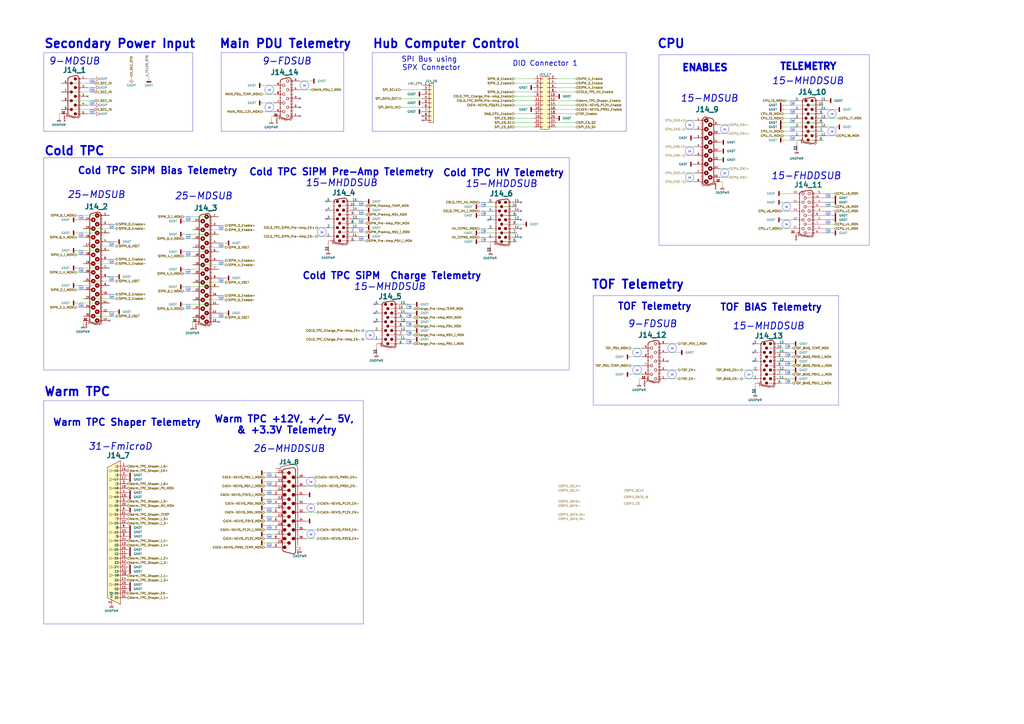
<source format=kicad_sch>
(kicad_sch (version 20250114) (generator "eeschema") (generator_version "9.0")
  (paper "A2")
  (lib_symbols
    (symbol "Amphenol:10090926-P264VLF" (pin_names (offset 1.27) (hide yes))
      (property "Reference" "J" (at -22.86 0 90))
      (symbol "10090926-P264VLF_0_0"
        (pin passive line (at -16.51 7.62 270) (length 5) (name "10") (number "10"))
        (pin passive line (at -13.97 10.16 270) (length 5) (name "1") (number "1"))
        (pin passive line (at -13.97 -10.16 90) (length 6.35) (name "19") (number "19"))
        (pin passive line (at -11.43 7.62 270) (length 5) (name "11") (number "11"))
        (pin passive line (at -8.89 10.16 270) (length 5) (name "2") (number "2"))
        (pin passive line (at -8.89 -10.16 90) (length 6.35) (name "20") (number "20"))
        (pin passive line (at -6.35 7.62 270) (length 5) (name "12") (number "12"))
        (pin passive line (at -3.81 10.16 270) (length 5) (name "3") (number "3"))
        (pin passive line (at -3.81 -10.16 90) (length 6.35) (name "21") (number "21"))
        (pin passive line (at -1.27 7.62 270) (length 5) (name "13") (number "13"))
        (pin passive line (at 1.27 10.16 270) (length 5) (name "4") (number "4"))
        (pin passive line (at 1.27 -10.16 90) (length 6.35) (name "22") (number "22"))
        (pin passive line (at 3.81 7.62 270) (length 5) (name "14") (number "14"))
        (pin passive line (at 6.35 -10.16 90) (length 6.35) (name "23") (number "23"))
        (pin passive line (at 8.89 7.62 270) (length 5) (name "15") (number "15"))
        (pin passive line (at 11.43 10.16 270) (length 5) (name "6") (number "6"))
        (pin passive line (at 11.43 -10.16 90) (length 6.35) (name "24") (number "24"))
        (pin passive line (at 13.97 7.62 270) (length 5) (name "16") (number "16"))
        (pin passive line (at 16.51 10.16 270) (length 5) (name "7") (number "7"))
        (pin passive line (at 16.51 -10.16 90) (length 6.35) (name "25") (number "25"))
        (pin passive line (at 19.05 7.62 270) (length 5) (name "17") (number "17"))
        (pin passive line (at 21.59 10.16 270) (length 5) (name "8") (number "8"))
        (pin passive line (at 21.59 -10.16 90) (length 6.35) (name "26") (number "26"))
        (pin passive line (at 24.13 7.62 270) (length 5) (name "18") (number "18"))
        (pin passive line (at 26.67 10.16 270) (length 5) (name "9") (number "9"))
      )
      (symbol "10090926-P264VLF_1_0"
        (pin passive line (at 6.35 10.16 270) (length 5) (name "5") (number "5"))
        (pin input line (at 27.94 -6.35 180) (length 1.27) (name "SHEILD") (number ""))
      )
      (symbol "10090926-P264VLF_1_1"
        (text "SHEILD" (at 29.21 -5.08 0) (effects (font (size 0.5 0.5))))
      )
    )
    (symbol "Cinch_Connectivity:M83513_13-E01NP_FEMALE" (pin_names (offset 1.016))
      (property "Reference" "J" (at 0 2.54 0))
      (property "Value" "31-FMICRODSUB" (at 0 0 0))
      (symbol "M83513_13-E01NP_FEMALE_1_1"
        (pin passive line (at -5.08 41.91 270) (length 2.54) (name "PAD") (number "0"))
        (pin passive line (at 3.81 38.1 180) (length 3.81) (name "31") (number "31"))
        (pin passive line (at 3.81 35.56 180) (length 3.81) (name "30") (number "30"))
        (pin passive line (at 3.81 33.02 180) (length 3.81) (name "15") (number "15"))
        (pin passive line (at 3.81 30.48 180) (length 3.81) (name "29") (number "29"))
        (pin passive line (at 3.81 27.94 180) (length 3.81) (name "14") (number "14"))
        (pin passive line (at 3.81 22.86 180) (length 3.81) (name "13") (number "13"))
        (pin passive line (at 3.81 20.32 180) (length 3.81) (name "27") (number "27"))
        (pin passive line (at 3.81 17.78 180) (length 3.81) (name "12") (number "12"))
        (pin passive line (at 3.81 15.24 180) (length 3.81) (name "26") (number "26"))
        (pin passive line (at 3.81 12.7 180) (length 3.81) (name "11") (number "11"))
        (pin passive line (at 3.81 10.16 180) (length 3.81) (name "25") (number "25"))
        (pin passive line (at 3.81 7.62 180) (length 3.81) (name "10") (number "10"))
        (pin passive line (at 3.81 5.08 180) (length 3.81) (name "24") (number "24"))
        (pin passive line (at 3.81 2.54 180) (length 3.81) (name "9") (number "9"))
        (pin passive line (at 3.81 0.254 180) (length 3.81) (name "23") (number "23"))
        (pin passive line (at 3.81 -2.54 180) (length 3.81) (name "8") (number "8"))
        (pin passive line (at 3.81 -5.08 180) (length 3.81) (name "22") (number "22"))
        (pin passive line (at 3.81 -7.62 180) (length 3.81) (name "7") (number "7"))
        (pin passive line (at 3.81 -10.16 180) (length 3.81) (name "21") (number "21"))
        (pin passive line (at 3.81 -12.7 180) (length 3.81) (name "6") (number "6"))
        (pin passive line (at 3.81 -15.24 180) (length 3.81) (name "20") (number "20"))
        (pin passive line (at 3.81 -17.78 180) (length 3.81) (name "5") (number "5"))
        (pin passive line (at 3.81 -20.32 180) (length 3.81) (name "19") (number "19"))
        (pin passive line (at 3.81 -22.86 180) (length 3.81) (name "4") (number "4"))
        (pin passive line (at 3.81 -25.4 180) (length 3.81) (name "18") (number "18"))
        (pin passive line (at 3.81 -27.94 180) (length 3.81) (name "3") (number "3"))
        (pin passive line (at 3.81 -30.48 180) (length 3.81) (name "17") (number "17"))
        (pin passive line (at 3.81 -33.02 180) (length 3.81) (name "2") (number "2"))
        (pin passive line (at 3.81 -35.56 180) (length 3.81) (name "16") (number "16"))
        (pin passive line (at 3.81 -38.1 180) (length 3.81) (name "1") (number "1"))
        (pin passive line (at 4.064 25.146 180) (length 3.81) (name "28") (number "28"))
      )
    )
    (symbol "Connector_Generic:Conn_01x09" (pin_names (offset 1.016) (hide yes))
      (property "Reference" "J" (at 0 12.7 0))
      (property "Value" "Conn_01x09" (at 0 -12.7 0))
      (symbol "Conn_01x09_1_1"
        (pin passive line (at -5.08 10.16 0) (length 3.81) (name "Pin_1") (number "1"))
        (pin passive line (at -5.08 7.62 0) (length 3.81) (name "Pin_2") (number "2"))
        (pin passive line (at -5.08 5.08 0) (length 3.81) (name "Pin_3") (number "3"))
        (pin passive line (at -5.08 2.54 0) (length 3.81) (name "Pin_4") (number "4"))
        (pin passive line (at -5.08 0 0) (length 3.81) (name "Pin_5") (number "5"))
        (pin passive line (at -5.08 -2.54 0) (length 3.81) (name "Pin_6") (number "6"))
        (pin passive line (at -5.08 -5.08 0) (length 3.81) (name "Pin_7") (number "7"))
        (pin passive line (at -5.08 -7.62 0) (length 3.81) (name "Pin_8") (number "8"))
        (pin passive line (at -5.08 -10.16 0) (length 3.81) (name "Pin_9") (number "9"))
      )
    )
    (symbol "MSAG_Misc:Conn_02x12_Odd_Even" (pin_names (offset 1.016) (hide yes))
      (property "Reference" "J405" (at 1.27 19.3845 0))
      (property "Value" "A79653-001" (at 1.27 16.9602 0))
      (symbol "Conn_02x12_Odd_Even_1_1"
        (pin passive line (at -5.08 13.97 0) (length 3.81) (name "Pin_1") (number "1"))
        (pin passive line (at -5.08 11.43 0) (length 3.81) (name "Pin_3") (number "3"))
        (pin passive line (at -5.08 8.89 0) (length 3.81) (name "Pin_5") (number "5"))
        (pin passive line (at -5.08 6.35 0) (length 3.81) (name "Pin_7") (number "7"))
        (pin passive line (at -5.08 3.81 0) (length 3.81) (name "Pin_9") (number "9"))
        (pin passive line (at -5.08 1.27 0) (length 3.81) (name "Pin_11") (number "11"))
        (pin passive line (at -5.08 -1.27 0) (length 3.81) (name "Pin_13") (number "13"))
        (pin passive line (at -5.08 -3.81 0) (length 3.81) (name "Pin_15") (number "15"))
        (pin passive line (at -5.08 -6.35 0) (length 3.81) (name "Pin_17") (number "17"))
        (pin passive line (at -5.08 -8.89 0) (length 3.81) (name "Pin_19") (number "19"))
        (pin passive line (at -5.08 -11.43 0) (length 3.81) (name "Pin_21") (number "21"))
        (pin passive line (at -5.08 -13.97 0) (length 3.81) (name "Pin_23") (number "23"))
        (pin passive line (at 7.62 13.97 180) (length 3.81) (name "Pin_2") (number "2"))
        (pin passive line (at 7.62 11.43 180) (length 3.81) (name "Pin_4") (number "4"))
        (pin passive line (at 7.62 8.89 180) (length 3.81) (name "Pin_6") (number "6"))
        (pin passive line (at 7.62 6.35 180) (length 3.81) (name "Pin_8") (number "8"))
        (pin passive line (at 7.62 3.81 180) (length 3.81) (name "Pin_10") (number "10"))
        (pin passive line (at 7.62 1.27 180) (length 3.81) (name "Pin_12") (number "12"))
        (pin passive line (at 7.62 -1.27 180) (length 3.81) (name "Pin_14") (number "14"))
        (pin passive line (at 7.62 -3.81 180) (length 3.81) (name "Pin_16") (number "16"))
        (pin passive line (at 7.62 -6.35 180) (length 3.81) (name "Pin_18") (number "18"))
        (pin passive line (at 7.62 -8.89 180) (length 3.81) (name "Pin_20") (number "20"))
        (pin passive line (at 7.62 -11.43 180) (length 3.81) (name "Pin_22") (number "22"))
        (pin passive line (at 7.62 -13.97 180) (length 3.81) (name "Pin_24") (number "24"))
      )
    )
    (symbol "Molex:1731130182" (pin_numbers (hide yes)) (pin_names (offset 0))
      (property "Reference" "J" (at 0 0 0))
      (property "Value" "1731130182" (at 0 0 0))
      (symbol "1731130182_1_1"
        (pin input line (at 2.032 14.986 270) (length 5.08) (name "15") (number "15"))
        (pin input line (at 2.032 -4.064 90) (length 2.54) (name "5") (number "5"))
        (pin input line (at 4.572 12.446 270) (length 2.54) (name "10") (number "10"))
        (pin input line (at 7.112 14.986 270) (length 5.08) (name "14") (number "14"))
        (pin input line (at 7.112 -4.064 90) (length 2.54) (name "4") (number "4"))
        (pin input line (at 9.652 12.446 270) (length 2.54) (name "9") (number "9"))
        (pin input line (at 12.192 14.986 270) (length 5.08) (name "13") (number "13"))
        (pin input line (at 12.192 -4.064 90) (length 2.54) (name "3") (number "3"))
        (pin input line (at 14.732 12.446 270) (length 2.54) (name "8") (number "8"))
        (pin input line (at 17.272 14.986 270) (length 5.08) (name "12") (number "12"))
        (pin input line (at 17.272 -4.064 90) (length 2.54) (name "2") (number "2"))
        (pin input line (at 19.812 12.446 270) (length 2.54) (name "7") (number "7"))
        (pin input line (at 22.352 14.986 270) (length 5.08) (name "11") (number "11"))
        (pin input line (at 22.352 -4.064 90) (length 2.54) (name "1") (number "1"))
        (pin input line (at 24.892 12.446 270) (length 2.54) (name "6") (number "6"))
        (pin input line (at 30.734 -2.794 180) (length 2.54) (name "S1") (number "S1"))
        (pin input line (at 30.734 -2.794 180) (length 2.54) (name "S2") (number "S2"))
      )
    )
    (symbol "Wurth_Elektronik:6180XX231121_618009231121" (pin_names (offset 1.016))
      (property "Reference" "J" (at 13.78 1.66 0))
      (symbol "6180XX231121_618009231121_0_0"
        (text "shield" (at 10.9 -5.32 0) (effects (font (size 0.8128 0.8128)) (justify left bottom)))
        (pin bidirectional line (at -10.16 7.62 270) (length 5.08) (name "~") (number "5"))
        (pin bidirectional line (at -7.62 -7.62 90) (length 5.08) (name "~") (number "9"))
        (pin bidirectional line (at -5.08 7.62 270) (length 5.08) (name "~") (number "4"))
        (pin bidirectional line (at -2.54 -7.62 90) (length 5.08) (name "~") (number "8"))
        (pin bidirectional line (at 0 7.62 270) (length 5.08) (name "~") (number "3"))
        (pin bidirectional line (at 2.54 -7.62 90) (length 5.08) (name "~") (number "7"))
        (pin bidirectional line (at 5.08 7.62 270) (length 5.08) (name "~") (number "2"))
        (pin bidirectional line (at 10.16 7.62 270) (length 5.08) (name "~") (number "1"))
        (pin bidirectional line (at 10.16 -7.62 90) (length 2.54) (name "~") (number "S2"))
      )
      (symbol "6180XX231121_618009231121_1_0"
        (pin bidirectional line (at 7.62 -7.62 90) (length 5.08) (name "~") (number "6"))
        (pin bidirectional line (at 10.16 -7.62 90) (length 2.54) (name "~") (number "S1"))
      )
    )
    (symbol "Wurth_Elektronik:6180XX231221_618009231221" (pin_names (offset 1.016))
      (property "Reference" "J" (at 13.78 1.66 0))
      (symbol "6180XX231221_618009231221_0_0"
        (text "shield" (at 10.9 -5.32 0) (effects (font (size 0.8128 0.8128)) (justify left bottom)))
        (pin bidirectional line (at -10.16 7.62 270) (length 5.08) (name "~") (number "1"))
        (pin bidirectional line (at -7.62 -7.62 90) (length 5.08) (name "~") (number "6"))
        (pin bidirectional line (at -5.08 7.62 270) (length 5.08) (name "~") (number "2"))
        (pin bidirectional line (at -2.54 -7.62 90) (length 5.08) (name "~") (number "7"))
        (pin bidirectional line (at 0 7.62 270) (length 5.08) (name "~") (number "3"))
        (pin bidirectional line (at 2.54 -7.62 90) (length 5.08) (name "~") (number "8"))
        (pin bidirectional line (at 5.08 7.62 270) (length 5.08) (name "~") (number "4"))
        (pin bidirectional line (at 7.62 -7.62 90) (length 5.08) (name "~") (number "9"))
        (pin bidirectional line (at 10.16 7.62 270) (length 5.08) (name "~") (number "5"))
        (pin bidirectional line (at 10.16 -7.62 90) (length 2.54) (name "~") (number "S1"))
        (pin bidirectional line (at 10.16 -7.62 90) (length 2.54) (name "~") (number "S2"))
      )
    )
    (symbol "Wurth_Elektronik:6180XX231221_618015231221" (pin_names (offset 1.016))
      (property "Reference" "J" (at 21.4 1.66 0))
      (symbol "6180XX231221_618015231221_0_0"
        (text "shield" (at 18.52 -5.32 0) (effects (font (size 0.8128 0.8128)) (justify left bottom)))
        (pin bidirectional line (at -17.78 7.62 270) (length 5.08) (name "~") (number "1"))
        (pin bidirectional line (at -15.24 -7.62 90) (length 5.08) (name "~") (number "9"))
        (pin bidirectional line (at -12.7 7.62 270) (length 5.08) (name "~") (number "2"))
        (pin bidirectional line (at -10.16 -7.62 90) (length 5.08) (name "~") (number "10"))
        (pin bidirectional line (at -7.62 7.62 270) (length 5.08) (name "~") (number "3"))
        (pin bidirectional line (at -5.08 -7.62 90) (length 5.08) (name "~") (number "11"))
        (pin bidirectional line (at -2.54 7.62 270) (length 5.08) (name "~") (number "4"))
        (pin bidirectional line (at 0 -7.62 90) (length 5.08) (name "~") (number "12"))
        (pin bidirectional line (at 2.54 7.62 270) (length 5.08) (name "~") (number "5"))
        (pin bidirectional line (at 5.08 -7.62 90) (length 5.08) (name "~") (number "13"))
        (pin bidirectional line (at 7.62 7.62 270) (length 5.08) (name "~") (number "6"))
        (pin bidirectional line (at 10.16 -7.62 90) (length 5.08) (name "~") (number "14"))
        (pin bidirectional line (at 12.7 7.62 270) (length 5.08) (name "~") (number "7"))
        (pin bidirectional line (at 15.24 -7.62 90) (length 5.08) (name "~") (number "15"))
        (pin bidirectional line (at 17.78 7.62 270) (length 5.08) (name "~") (number "8"))
        (pin bidirectional line (at 17.78 -7.62 90) (length 2.54) (name "~") (number "S1"))
        (pin bidirectional line (at 17.78 -7.62 90) (length 2.54) (name "~") (number "S2"))
      )
    )
    (symbol "Wurth_Elektronik:6180XX231221_618025231221" (pin_names (offset 1.016))
      (property "Reference" "J" (at 34.1 1.66 0))
      (symbol "6180XX231221_618025231221_0_0"
        (text "shield" (at 31.22 -5.32 0) (effects (font (size 0.8128 0.8128)) (justify left bottom)))
        (pin bidirectional line (at -30.48 7.62 270) (length 5.08) (name "~") (number "1"))
        (pin bidirectional line (at -27.94 -7.62 90) (length 5.08) (name "~") (number "14"))
        (pin bidirectional line (at -25.4 7.62 270) (length 5.08) (name "~") (number "2"))
        (pin bidirectional line (at -22.86 -7.62 90) (length 5.08) (name "~") (number "15"))
        (pin bidirectional line (at -20.32 7.62 270) (length 5.08) (name "~") (number "3"))
        (pin bidirectional line (at -17.78 -7.62 90) (length 5.08) (name "~") (number "16"))
        (pin bidirectional line (at -15.24 7.62 270) (length 5.08) (name "~") (number "4"))
        (pin bidirectional line (at -12.7 -7.62 90) (length 5.08) (name "~") (number "17"))
        (pin bidirectional line (at -10.16 7.62 270) (length 5.08) (name "~") (number "5"))
        (pin bidirectional line (at -7.62 -7.62 90) (length 5.08) (name "~") (number "18"))
        (pin bidirectional line (at -5.08 7.62 270) (length 5.08) (name "~") (number "6"))
        (pin bidirectional line (at -2.54 -7.62 90) (length 5.08) (name "~") (number "19"))
        (pin bidirectional line (at 0 7.62 270) (length 5.08) (name "~") (number "7"))
        (pin bidirectional line (at 2.54 -7.62 90) (length 5.08) (name "~") (number "20"))
        (pin bidirectional line (at 5.08 7.62 270) (length 5.08) (name "~") (number "8"))
        (pin bidirectional line (at 7.62 -7.62 90) (length 5.08) (name "~") (number "21"))
        (pin bidirectional line (at 10.16 7.62 270) (length 5.08) (name "~") (number "9"))
        (pin bidirectional line (at 12.7 -7.62 90) (length 5.08) (name "~") (number "22"))
        (pin bidirectional line (at 15.24 7.62 270) (length 5.08) (name "~") (number "10"))
        (pin bidirectional line (at 17.78 -7.62 90) (length 5.08) (name "~") (number "23"))
        (pin bidirectional line (at 20.32 7.62 270) (length 5.08) (name "~") (number "11"))
        (pin bidirectional line (at 22.86 -7.62 90) (length 5.08) (name "~") (number "24"))
        (pin bidirectional line (at 25.4 7.62 270) (length 5.08) (name "~") (number "12"))
        (pin bidirectional line (at 27.94 -7.62 90) (length 5.08) (name "~") (number "25"))
        (pin bidirectional line (at 30.48 7.62 270) (length 5.08) (name "~") (number "13"))
        (pin bidirectional line (at 30.48 -7.62 90) (length 2.54) (name "~") (number "S1"))
        (pin bidirectional line (at 30.48 -7.62 90) (length 2.54) (name "~") (number "S2"))
      )
    )
    (symbol "Wurth_Elektronik:6180XX330923_618015330923" (pin_names (offset 1.016))
      (property "Reference" "J" (at 16.32 4.2 0))
      (symbol "6180XX330923_618015330923_0_0"
        (text "shield" (at 13.44 -4.05 0) (effects (font (size 0.8128 0.8128)) (justify left bottom)))
        (pin bidirectional line (at -10.16 -7.62 90) (length 5.08) (name "~") (number "15"))
        (pin bidirectional line (at -5.08 -7.62 90) (length 5.08) (name "~") (number "14"))
        (pin bidirectional line (at 0 -7.62 90) (length 5.08) (name "~") (number "13"))
        (pin bidirectional line (at 5.08 -7.62 90) (length 5.08) (name "~") (number "12"))
        (pin bidirectional line (at 10.16 -7.62 90) (length 5.08) (name "~") (number "11"))
        (pin bidirectional line (at 12.7 -7.62 90) (length 2.54) (name "~") (number "S1"))
        (pin bidirectional line (at 12.7 -7.62 90) (length 2.54) (name "~") (number "S2"))
      )
      (symbol "6180XX330923_618015330923_1_0"
        (pin bidirectional line (at -10.16 12.7 270) (length 7.62) (name "~") (number "5"))
        (pin bidirectional line (at -7.62 12.7 270) (length 10.16) (name "~") (number "10"))
        (pin bidirectional line (at -5.08 12.7 270) (length 7.62) (name "~") (number "4"))
        (pin bidirectional line (at -2.54 12.7 270) (length 10.16) (name "~") (number "9"))
        (pin bidirectional line (at 0 12.7 270) (length 7.62) (name "~") (number "3"))
        (pin bidirectional line (at 2.54 12.7 270) (length 10.16) (name "~") (number "8"))
        (pin bidirectional line (at 5.08 12.7 270) (length 7.62) (name "~") (number "2"))
        (pin bidirectional line (at 7.62 12.7 270) (length 10.16) (name "~") (number "7"))
        (pin bidirectional line (at 10.16 12.7 270) (length 7.62) (name "~") (number "1"))
        (pin bidirectional line (at 12.7 12.7 270) (length 10.16) (name "~") (number "6"))
      )
    )
    (symbol "power:GNDA" (power) (pin_numbers (hide yes)) (pin_names (offset 0) (hide yes))
      (property "Value" "GNDA" (at 0 -3.81 0))
      (symbol "GNDA_1_1"
        (pin power_in line (at 0 0 270) (length 0) (name "~") (number "1"))
      )
    )
    (symbol "power:GNDD" (power) (pin_numbers (hide yes)) (pin_names (offset 0) (hide yes))
      (property "Value" "GNDD" (at 0 -3.175 0))
      (symbol "GNDD_1_1"
        (pin power_in line (at 0 0 270) (length 0) (name "~") (number "1"))
      )
    )
    (symbol "power:GNDPWR" (power) (pin_numbers (hide yes)) (pin_names (offset 0) (hide yes))
      (property "Value" "GNDPWR" (at 0 -3.302 0))
      (symbol "GNDPWR_1_1"
        (pin power_in line (at 0 0 270) (length 0) (name "~") (number "1"))
      )
    )
  )
  (circle (center 109.22 157.48) (radius 1.27))
  (circle (center 156.21 280.67) (radius 1.27))
  (circle (center 64.77 141.478) (radius 1.27))
  (circle (center 180.34 294.64) (radius 2.2895))
  (circle (center 389.89 217.17) (radius 2.54))
  (circle (center 480.314 133.858) (radius 1.27))
  (circle (center 46.99 166.878) (radius 1.27))
  (circle (center 156.21 285.75) (radius 1.27))
  (circle (center 480.314 123.698) (radius 1.27))
  (circle (center 46.99 146.558) (radius 1.27))
  (circle (center 280.416 123.825) (radius 1.27))
  (circle (center 156.21 295.91) (radius 1.27))
  (circle (center 180.34 309.88) (radius 2.2895))
  (rectangle (start 344.17 171.45) (end 486.41 234.95))
  (circle (center 237.236 198.247) (radius 1.27))
  (circle (center 459.74 59.69) (radius 1.27))
  (circle (center 109.22 177.8) (radius 1.27))
  (circle (center 53.34 46.99) (radius 1.27))
  (circle (center 480.314 113.538) (radius 1.27))
  (circle (center 53.34 64.77) (radius 1.27))
  (circle (center 64.77 131.318) (radius 1.27))
  (circle (center 280.416 118.745) (radius 1.27))
  (circle (center 280.416 133.985) (radius 1.27))
  (circle (center 280.416 139.065) (radius 1.27))
  (circle (center 456.946 216.027) (radius 1.27))
  (circle (center 156.21 306.07) (radius 1.27))
  (circle (center 128.27 152.4) (radius 1.27))
  (circle (center 109.22 137.16) (radius 1.27))
  (circle (center 400.05 102.87) (radius 2.4263))
  (circle (center 46.99 156.718) (radius 1.27))
  (rectangle (start 25.4 30.48) (end 111.76 76.2))
  (rectangle (start 382.27 31.75) (end 504.19 142.24))
  (circle (center 369.57 204.47) (radius 2.54))
  (circle (center 434.34 217.17) (radius 2.54))
  (circle (center 128.27 162.56) (radius 1.27))
  (circle (center 156.21 275.59) (radius 1.27))
  (circle (center 480.314 128.778) (radius 1.27))
  (circle (center 456.946 205.867) (radius 1.27))
  (circle (center 209.55 123.19) (radius 1.27))
  (circle (center 46.99 177.038) (radius 1.27))
  (rectangle (start 215.9 30.48) (end 363.22 76.2))
  (rectangle (start 128.27 30.48) (end 199.39 76.2))
  (circle (center 456.184 130.048) (radius 2.4263))
  (circle (center 420.37 74.93) (radius 2.4263))
  (circle (center 53.34 59.69) (radius 1.27))
  (circle (center 400.05 87.63) (radius 2.4263))
  (circle (center 180.34 279.4) (radius 2.54))
  (circle (center 420.37 100.33) (radius 2.4263))
  (circle (center 109.22 127) (radius 1.27))
  (circle (center 456.946 210.947) (radius 1.27))
  (circle (center 209.55 138.43) (radius 1.27))
  (circle (center 64.77 171.958) (radius 1.27))
  (circle (center 156.21 316.23) (radius 1.27))
  (circle (center 156.21 62.23) (radius 2.54))
  (circle (center 53.34 52.07) (radius 1.27))
  (circle (center 128.27 182.88) (radius 1.27))
  (circle (center 459.74 80.01) (radius 1.27))
  (circle (center 109.22 167.64) (radius 1.27))
  (circle (center 156.21 311.15) (radius 1.27))
  (circle (center 128.27 172.72) (radius 1.27))
  (circle (center 209.55 118.11) (radius 1.27))
  (circle (center 237.236 177.927) (radius 1.27))
  (circle (center 389.89 201.93) (radius 2.54))
  (rectangle (start 25.4 232.41) (end 210.82 361.95))
  (circle (center 176.53 49.53) (radius 2.54))
  (circle (center 237.236 188.087) (radius 1.27))
  (circle (center 46.99 126.238) (radius 1.27))
  (circle (center 156.21 290.83) (radius 1.27))
  (circle (center 64.77 161.798) (radius 1.27))
  (circle (center 482.6 66.04) (radius 2.4263))
  (circle (center 480.314 118.618) (radius 1.27))
  (circle (center 459.74 74.93) (radius 1.27))
  (circle (center 459.74 64.77) (radius 1.27))
  (circle (center 456.946 221.107) (radius 1.27))
  (circle (center 128.27 132.08) (radius 1.27))
  (circle (center 46.99 136.398) (radius 1.27))
  (circle (center 64.77 182.118) (radius 1.27))
  (circle (center 186.69 134.62) (radius 2.54))
  (circle (center 209.55 128.27) (radius 1.27))
  (circle (center 237.236 183.007) (radius 1.27))
  (rectangle (start 25.4 91.44) (end 330.2 214.63))
  (circle (center 64.77 151.638) (radius 1.27))
  (circle (center 128.27 142.24) (radius 1.27))
  (circle (center 156.21 52.07) (radius 2.54))
  (circle (center 209.55 133.35) (radius 1.27))
  (circle (center 400.05 72.39) (radius 2.54))
  (circle (center 109.22 147.32) (radius 1.27))
  (circle (center 456.946 200.787) (radius 1.27))
  (circle (center 214.63 194.31) (radius 2.54))
  (circle (center 482.6 76.2) (radius 2.4263))
  (circle (center 156.21 300.99) (radius 1.27))
  (circle (center 369.57 214.63) (radius 2.54))
  (circle (center 237.236 193.167) (radius 1.27))
  (circle (center 456.184 119.888) (radius 2.4263))
  (circle (center 459.74 69.85) (radius 1.27))
  (text "TP" (at 64.77 161.798 0) (effects (font (size 1 1)) (justify top)))
  (text "9-FDSUB" (at 378.46 187.96 0) (effects (font (size 4 4) (thickness 0.5) (italic yes))))
  (text "TP" (at 209.55 128.27 0) (effects (font (size 1 1)) (justify top)))
  (text "Main PDU Telemetry" (at 127 25.4 0) (effects (font (size 5 5) (thickness 1.016) (bold yes)) (justify left)))
  (text "TOF BIAS Telemetry" (at 447.294 178.308 0) (effects (font (size 4 4) (thickness 0.8) (bold yes))))
  (text "TP" (at 46.99 166.878 0) (effects (font (size 1 1)) (justify top)))
  (text "TP" (at 64.77 131.318 0) (effects (font (size 1 1)) (justify top)))
  (text "TP" (at 400.05 72.39 0) (effects (font (size 1 1)) (justify top)))
  (text "15-FHDDSUB" (at 467.614 102.108 0) (effects (font (size 4 4) (thickness 0.5) (italic yes))))
  (text "TP" (at 128.27 182.88 0) (effects (font (size 1 1)) (justify top)))
  (text "TP" (at 457.2 205.74 0) (effects (font (size 1 1)) (justify top)))
  (text "SPI Bus using \nSPX Connector" (at 250.19 36.83 0) (effects (font (size 3 3) (thickness 0.375))))
  (text "TP" (at 156.21 290.83 0) (effects (font (size 1 1)) (justify top)))
  (text "TP" (at 280.67 138.938 0) (effects (font (size 1 1)) (justify top)))
  (text "TP" (at 53.34 52.07 0) (effects (font (size 1 1)) (justify top)))
  (text "Cold TPC SiPM Pre-Amp Telemetry" (at 198.12 99.822 0) (effects (font (size 4 4) (thickness 0.8) (bold yes))))
  (text "TP" (at 156.21 280.67 0) (effects (font (size 1 1)) (justify top)))
  (text "TP" (at 156.21 62.23 0) (effects (font (size 1 1)) (justify top)))
  (text "TP" (at 369.57 214.63 0) (effects (font (size 1 1)) (justify top)))
  (text "TP" (at 128.27 172.72 0) (effects (font (size 1 1)) (justify top)))
  (text "TP" (at 459.74 64.77 0) (effects (font (size 1 1)) (justify top)))
  (text "Warm TPC" (at 25.4 227.33 0) (effects (font (size 5 5) (thickness 1.016) (bold yes)) (justify left)))
  (text "TP" (at 109.22 177.8 0) (effects (font (size 1 1)) (justify top)))
  (text "TP" (at 156.21 316.23 0) (effects (font (size 1 1)) (justify top)))
  (text "TP" (at 457.2 220.98 0) (effects (font (size 1 1)) (justify top)))
  (text "Warm TPC Shaper Telemetry" (at 73.66 245.11 0) (effects (font (size 4 4) (thickness 0.8) (bold yes))))
  (text "TELEMETRY" (at 468.884 38.608 0) (effects (font (size 4 4) (thickness 1) (bold yes))))
  (text "9-FDSUB" (at 166.37 35.56 0) (effects (font (size 4 4) (thickness 0.5) (italic yes))))
  (text "TP" (at 156.21 311.15 0) (effects (font (size 1 1)) (justify top)))
  (text "ENABLES" (at 408.94 39.37 0) (effects (font (size 4 4) (thickness 1) (bold yes))))
  (text "TP" (at 482.6 66.04 0) (effects (font (size 1 1)) (justify top)))
  (text "TOF Telemetry" (at 379.73 177.8 0) (effects (font (size 4 4) (thickness 0.8) (bold yes))))
  (text "TP" (at 389.89 201.93 0) (effects (font (size 1 1)) (justify top)))
  (text "TP" (at 53.34 59.69 0) (effects (font (size 1 1)) (justify top)))
  (text "TP" (at 53.34 46.99 0) (effects (font (size 1 1)) (justify top)))
  (text "TP" (at 214.63 194.31 0) (effects (font (size 1 1)) (justify top)))
  (text "TP" (at 128.27 132.08 0) (effects (font (size 1 1)) (justify top)))
  (text "TP" (at 156.21 306.07 0) (effects (font (size 1 1)) (justify top)))
  (text "TP" (at 480.314 113.538 0) (effects (font (size 1 1)) (justify top)))
  (text "TP" (at 457.2 200.66 0) (effects (font (size 1 1)) (justify top)))
  (text "15-MHDDSUB" (at 198.12 106.172 0) (effects (font (size 4 4) (thickness 0.5) (italic yes))))
  (text "TP" (at 459.74 69.85 0) (effects (font (size 1 1)) (justify top)))
  (text "15-MDSUB" (at 411.48 57.15 0) (effects (font (size 4 4) (thickness 0.5) (italic yes))))
  (text "TP" (at 459.74 74.93 0) (effects (font (size 1 1)) (justify top)))
  (text "Secondary Power Input" (at 25.4 25.4 0) (effects (font (size 5 5) (thickness 1.016) (bold yes)) (justify left)))
  (text "26-MHDDSUB" (at 167.64 260.35 0) (effects (font (size 4 4) (thickness 0.5) (italic yes))))
  (text "TP" (at 64.77 141.478 0) (effects (font (size 1 1)) (justify top)))
  (text "TP" (at 128.27 142.24 0) (effects (font (size 1 1)) (justify top)))
  (text "TP" (at 156.21 275.59 0) (effects (font (size 1 1)) (justify top)))
  (text "TP" (at 480.314 118.618 0) (effects (font (size 1 1)) (justify top)))
  (text "TOF Telemetry" (at 342.9 165.1 0) (effects (font (size 5 5) (thickness 1.016) (bold yes)) (justify left)))
  (text "TP" (at 457.2 210.82 0) (effects (font (size 1 1)) (justify top)))
  (text "TP" (at 209.55 133.35 0) (effects (font (size 1 1)) (justify top)))
  (text "TP" (at 109.22 127 0) (effects (font (size 1 1)) (justify top)))
  (text "TP" (at 434.34 217.17 0) (effects (font (size 1 1)) (justify top)))
  (text "TP" (at 46.99 126.238 0) (effects (font (size 1 1)) (justify top)))
  (text "TP" (at 237.49 193.04 0) (effects (font (size 1 1)) (justify top)))
  (text "TP" (at 480.314 133.858 0) (effects (font (size 1 1)) (justify top)))
  (text "15-MHDDSUB" (at 290.83 106.68 0) (effects (font (size 4 4) (thickness 0.5) (italic yes))))
  (text "DIO Connector 1" (at 316.23 36.83 0) (effects (font (size 3 3) (thickness 0.375))))
  (text "TP" (at 389.89 217.17 0) (effects (font (size 1 1)) (justify top)))
  (text "TP" (at 109.22 167.64 0) (effects (font (size 1 1)) (justify top)))
  (text "TP" (at 156.21 295.91 0) (effects (font (size 1 1)) (justify top)))
  (text "TP" (at 459.74 80.01 0) (effects (font (size 1 1)) (justify top)))
  (text "TP" (at 369.57 204.47 0) (effects (font (size 1 1)) (justify top)))
  (text "9-MDSUB" (at 43.18 35.56 0) (effects (font (size 4 4) (thickness 0.5) (italic yes))))
  (text "31-FmicroD" (at 69.85 259.08 0) (effects (font (size 4 4) (thickness 0.5) (italic yes))))
  (text "TP" (at 109.22 137.16 0) (effects (font (size 1 1)) (justify top)))
  (text "TP" (at 109.22 147.32 0) (effects (font (size 1 1)) (justify top)))
  (text "15-MHDDSUB" (at 468.63 46.99 0) (effects (font (size 4 4) (thickness 0.5) (italic yes))))
  (text "Cold TPC" (at 25.4 87.63 0) (effects (font (size 5 5) (thickness 1.016) (bold yes)) (justify left)))
  (text "25-MDSUB" (at 118.11 113.792 0) (effects (font (size 4 4) (thickness 0.5) (italic yes))))
  (text "TP" (at 109.22 157.48 0) (effects (font (size 1 1)) (justify top)))
  (text "CPU" (at 381 25.4 0) (effects (font (size 5 5) (thickness 1.016) (bold yes)) (justify left)))
  (text "TP" (at 53.34 64.77 0) (effects (font (size 1 1)) (justify top)))
  (text "15-MHDDSUB" (at 226.06 166.37 0) (effects (font (size 4 4) (thickness 0.5) (italic yes))))
  (text "TP" (at 480.314 123.698 0) (effects (font (size 1 1)) (justify top)))
  (text "TP" (at 64.77 182.118 0) (effects (font (size 1 1)) (justify top)))
  (text "TP" (at 456.184 119.888 0) (effects (font (size 1 1)) (justify top)))
  (text "TP" (at 459.74 59.69 0) (effects (font (size 1 1)) (justify top)))
  (text "TP" (at 480.314 128.778 0) (effects (font (size 1 1)) (justify top)))
  (text "TP" (at 180.34 294.64 0) (effects (font (size 1 1)) (justify top)))
  (text "TP" (at 186.69 134.62 0) (effects (font (size 1 1)) (justify top)))
  (text "TP" (at 128.27 152.4 0) (effects (font (size 1 1)) (justify top)))
  (text "TP" (at 156.21 285.75 0) (effects (font (size 1 1)) (justify top)))
  (text "TP" (at 237.49 187.96 0) (effects (font (size 1 1)) (justify top)))
  (text "TP" (at 456.184 130.048 0) (effects (font (size 1 1)) (justify top)))
  (text "TP" (at 280.67 123.698 0) (effects (font (size 1 1)) (justify top)))
  (text "Cold TPC SiPM Bias Telemetry" (at 91.44 99.06 0) (effects (font (size 4 4) (thickness 0.8) (bold yes))))
  (text "15-MHDDSUB" (at 445.77 189.23 0) (effects (font (size 4 4) (thickness 0.5) (italic yes))))
  (text "TP" (at 457.2 215.9 0) (effects (font (size 1 1)) (justify top)))
  (text "25-MDSUB" (at 55.88 113.03 0) (effects (font (size 4 4) (thickness 0.5) (italic yes))))
  (text "TP" (at 420.37 100.33 0) (effects (font (size 1 1)) (justify top)))
  (text "TP" (at 400.05 102.87 0) (effects (font (size 1 1)) (justify top)))
  (text "TP" (at 209.55 138.43 0) (effects (font (size 1 1)) (justify top)))
  (text "TP" (at 482.6 76.2 0) (effects (font (size 1 1)) (justify top)))
  (text "TP" (at 400.05 87.63 0) (effects (font (size 1 1)) (justify top)))
  (text "TP" (at 209.55 118.11 0) (effects (font (size 1 1)) (justify top)))
  (text "TP" (at 420.37 74.93 0) (effects (font (size 1 1)) (justify top)))
  (text "TP" (at 180.34 279.4 0) (effects (font (size 1 1)) (justify top)))
  (text "Hub Computer Control" (at 215.9 25.4 0) (effects (font (size 5 5) (thickness 1.016) (bold yes)) (justify left)))
  (text "Cold TPC HV Telemetry" (at 292.1 100.33 0) (effects (font (size 4 4) (thickness 0.8) (bold yes))))
  (text "TP" (at 46.99 136.398 0) (effects (font (size 1 1)) (justify top)))
  (text "TP" (at 46.99 146.558 0) (effects (font (size 1 1)) (justify top)))
  (text "TP" (at 209.55 123.19 0) (effects (font (size 1 1)) (justify top)))
  (text "Warm TPC +12V, +/- 5V, \n& +3.3V Telemetry" (at 166.37 246.38 0) (effects (font (size 4 4) (thickness 0.8) (bold yes))))
  (text "TP" (at 237.49 177.8 0) (effects (font (size 1 1)) (justify top)))
  (text "TP" (at 176.53 49.53 0) (effects (font (size 1 1)) (justify top)))
  (text "Cold TPC SiPM  Charge Telemetry" (at 227.33 160.02 0) (effects (font (size 4 4) (thickness 0.8) (bold yes))))
  (text "TP" (at 156.21 300.99 0) (effects (font (size 1 1)) (justify top)))
  (text "TP" (at 64.77 171.958 0) (effects (font (size 1 1)) (justify top)))
  (text "TP" (at 280.67 133.858 0) (effects (font (size 1 1)) (justify top)))
  (text "TP" (at 237.49 198.12 0) (effects (font (size 1 1)) (justify top)))
  (text "TP" (at 46.99 156.718 0) (effects (font (size 1 1)) (justify top)))
  (text "TP" (at 128.27 162.56 0) (effects (font (size 1 1)) (justify top)))
  (text "TP" (at 46.99 177.038 0) (effects (font (size 1 1)) (justify top)))
  (text "TP" (at 237.49 182.88 0) (effects (font (size 1 1)) (justify top)))
  (text "TP" (at 156.21 52.07 0) (effects (font (size 1 1)) (justify top)))
  (text "TP" (at 64.77 151.638 0) (effects (font (size 1 1)) (justify top)))
  (text "TP" (at 180.34 309.88 0) (effects (font (size 1 1)) (justify top)))
  (text "TP" (at 280.67 118.618 0) (effects (font (size 1 1)) (justify top)))
  (no_connect (at 173.99 67.31))
  (no_connect (at 217.17 176.53))
  (no_connect (at 217.17 186.69))
  (no_connect (at 302.26 132.588))
  (no_connect (at 50.8 55.88))
  (no_connect (at 302.26 117.348))
  (no_connect (at 302.26 127.508))
  (no_connect (at 436.88 199.39))
  (no_connect (at 387.35 209.55))
  (no_connect (at 189.23 127))
  (no_connect (at 217.17 181.61))
  (no_connect (at 436.88 204.47))
  (no_connect (at 189.23 121.92))
  (no_connect (at 436.88 209.55))
  (no_connect (at 302.26 122.428))
  (no_connect (at 245.11 69.85))
  (no_connect (at 245.11 67.31))
  (no_connect (at 127 186.69))
  (no_connect (at 283.21 127.508))
  (no_connect (at 173.99 57.15))
  (no_connect (at 302.26 137.668))
  (no_connect (at 173.99 62.23))
  (no_connect (at 63.5 185.928))
  (no_connect (at 189.23 116.84))
  (wire (pts (xy 298.45 45.72) (xy 309.88 45.72)))
  (wire (pts (xy 153.67 317.5) (xy 157.48 317.5)))
  (wire (pts (xy 370.84 219.71) (xy 370.84 222.25)))
  (wire (pts (xy 153.67 307.34) (xy 157.48 307.34)))
  (wire (pts (xy 184.15 132.08) (xy 189.23 132.08)))
  (wire (pts (xy 453.39 222.25) (xy 459.74 222.25)))
  (wire (pts (xy 35.56 66.04) (xy 34.29 66.04)))
  (wire (pts (xy 48.26 183.388) (xy 67.31 183.388)))
  (wire (pts (xy 482.854 117.348) (xy 479.044 117.348)))
  (wire (pts (xy 397.51 74.93) (xy 402.59 74.93)))
  (wire (pts (xy 127 161.29) (xy 130.81 161.29)))
  (wire (pts (xy 106.68 138.43) (xy 111.76 138.43)))
  (wire (pts (xy 393.7 204.47) (xy 387.35 204.47)))
  (wire (pts (xy 44.45 155.448) (xy 63.5 155.448)))
  (wire (pts (xy 111.76 189.23) (xy 111.76 186.69)))
  (wire (pts (xy 486.41 68.58) (xy 480.06 68.58)))
  (wire (pts (xy 298.45 55.88) (xy 309.88 55.88)))
  (wire (pts (xy 182.88 276.86) (xy 177.8 276.86)))
  (wire (pts (xy 212.09 127) (xy 208.28 127)))
  (wire (pts (xy 44.45 147.828) (xy 48.26 147.828)))
  (wire (pts (xy 48.26 163.068) (xy 67.31 163.068)))
  (wire (pts (xy 459.74 219.71) (xy 455.93 219.71)))
  (wire (pts (xy 54.61 66.04) (xy 50.8 66.04)))
  (wire (pts (xy 454.66 78.74) (xy 461.01 78.74)))
  (wire (pts (xy 482.854 124.968) (xy 479.044 124.968)))
  (wire (pts (xy 106.68 166.37) (xy 127 166.37)))
  (wire (pts (xy 106.68 158.75) (xy 111.76 158.75)))
  (wire (pts (xy 160.02 284.48) (xy 153.67 284.48)))
  (wire (pts (xy 453.644 122.428) (xy 458.724 122.428)))
  (wire (pts (xy 153.67 276.86) (xy 157.48 276.86)))
  (wire (pts (xy 86.36 44.45) (xy 86.36 45.72)))
  (wire (pts (xy 157.48 67.31) (xy 157.48 69.85)))
  (wire (pts (xy 422.91 97.79) (xy 417.83 97.79)))
  (wire (pts (xy 233.68 179.07) (xy 240.03 179.07)))
  (wire (pts (xy 160.02 304.8) (xy 153.67 304.8)))
  (wire (pts (xy 44.45 175.768) (xy 63.5 175.768)))
  (wire (pts (xy 453.39 201.93) (xy 459.74 201.93)))
  (wire (pts (xy 422.91 77.47) (xy 417.83 77.47)))
  (wire (pts (xy 298.45 73.66) (xy 309.88 73.66)))
  (wire (pts (xy 278.13 122.428) (xy 283.21 122.428)))
  (wire (pts (xy 482.854 114.808) (xy 479.044 114.808)))
  (wire (pts (xy 205.74 139.7) (xy 212.09 139.7)))
  (wire (pts (xy 485.14 73.66) (xy 480.06 73.66)))
  (wire (pts (xy 48.26 152.908) (xy 67.31 152.908)))
  (wire (pts (xy 232.41 57.15) (xy 245.11 57.15)))
  (wire (pts (xy 365.76 217.17) (xy 372.11 217.17)))
  (wire (pts (xy 298.45 48.26) (xy 309.88 48.26)))
  (wire (pts (xy 160.02 279.4) (xy 153.67 279.4)))
  (wire (pts (xy 160.02 294.64) (xy 153.67 294.64)))
  (wire (pts (xy 54.61 48.26) (xy 35.56 48.26)))
  (wire (pts (xy 48.26 132.588) (xy 67.31 132.588)))
  (wire (pts (xy 278.13 137.668) (xy 283.21 137.668)))
  (wire (pts (xy 182.88 281.94) (xy 177.8 281.94)))
  (wire (pts (xy 106.68 176.53) (xy 127 176.53)))
  (wire (pts (xy 184.15 297.18) (xy 177.8 297.18)))
  (wire (pts (xy 153.67 281.94) (xy 157.48 281.94)))
  (wire (pts (xy 334.01 60.96) (xy 322.58 60.96)))
  (wire (pts (xy 111.76 153.67) (xy 130.81 153.67)))
  (wire (pts (xy 278.13 140.208) (xy 299.72 140.208)))
  (wire (pts (xy 127 130.81) (xy 130.81 130.81)))
  (wire (pts (xy 48.26 142.748) (xy 67.31 142.748)))
  (wire (pts (xy 212.09 137.16) (xy 208.28 137.16)))
  (wire (pts (xy 298.45 68.58) (xy 309.88 68.58)))
  (wire (pts (xy 160.02 289.56) (xy 153.67 289.56)))
  (wire (pts (xy 393.7 219.71) (xy 387.35 219.71)))
  (wire (pts (xy 484.124 119.888) (xy 479.044 119.888)))
  (wire (pts (xy 153.67 287.02) (xy 157.48 287.02)))
  (wire (pts (xy 205.74 129.54) (xy 212.09 129.54)))
  (wire (pts (xy 334.01 71.12) (xy 322.58 71.12)))
  (wire (pts (xy 393.7 214.63) (xy 387.35 214.63)))
  (wire (pts (xy 127 140.97) (xy 130.81 140.97)))
  (wire (pts (xy 298.45 58.42) (xy 309.88 58.42)))
  (wire (pts (xy 54.61 63.5) (xy 35.56 63.5)))
  (wire (pts (xy 106.68 156.21) (xy 127 156.21)))
  (wire (pts (xy 484.124 132.588) (xy 479.044 132.588)))
  (wire (pts (xy 106.68 148.59) (xy 111.76 148.59)))
  (wire (pts (xy 54.61 45.72) (xy 50.8 45.72)))
  (wire (pts (xy 482.854 135.128) (xy 479.044 135.128)))
  (wire (pts (xy 127 181.61) (xy 130.81 181.61)))
  (wire (pts (xy 160.02 274.32) (xy 153.67 274.32)))
  (wire (pts (xy 152.4 64.77) (xy 158.75 64.77)))
  (wire (pts (xy 212.09 132.08) (xy 208.28 132.08)))
  (wire (pts (xy 153.67 292.1) (xy 157.48 292.1)))
  (wire (pts (xy 453.39 207.01) (xy 459.74 207.01)))
  (wire (pts (xy 127 151.13) (xy 130.81 151.13)))
  (wire (pts (xy 76.2 44.45) (xy 76.2 45.72)))
  (wire (pts (xy 44.45 127.508) (xy 48.26 127.508)))
  (wire (pts (xy 485.14 63.5) (xy 480.06 63.5)))
  (wire (pts (xy 298.45 53.34) (xy 309.88 53.34)))
  (wire (pts (xy 44.45 137.668) (xy 48.26 137.668)))
  (wire (pts (xy 160.02 314.96) (xy 153.67 314.96)))
  (wire (pts (xy 278.13 132.588) (xy 283.21 132.588)))
  (wire (pts (xy 484.124 130.048) (xy 479.044 130.048)))
  (wire (pts (xy 334.01 45.72) (xy 322.58 45.72)))
  (wire (pts (xy 44.45 145.288) (xy 63.5 145.288)))
  (wire (pts (xy 111.76 184.15) (xy 130.81 184.15)))
  (wire (pts (xy 417.83 105.41) (xy 419.1 105.41)))
  (wire (pts (xy 152.4 54.61) (xy 158.75 54.61)))
  (wire (pts (xy 153.67 297.18) (xy 157.48 297.18)))
  (wire (pts (xy 453.644 112.268) (xy 458.724 112.268)))
  (wire (pts (xy 63.5 140.208) (xy 67.31 140.208)))
  (wire (pts (xy 453.644 127.508) (xy 458.724 127.508)))
  (wire (pts (xy 127 171.45) (xy 130.81 171.45)))
  (wire (pts (xy 454.66 81.28) (xy 477.52 81.28)))
  (wire (pts (xy 67.31 160.528) (xy 63.5 160.528)))
  (wire (pts (xy 44.45 157.988) (xy 48.26 157.988)))
  (wire (pts (xy 299.72 135.128) (xy 278.13 135.128)))
  (wire (pts (xy 54.61 53.34) (xy 35.56 53.34)))
  (wire (pts (xy 233.68 194.31) (xy 240.03 194.31)))
  (wire (pts (xy 160.02 299.72) (xy 153.67 299.72)))
  (wire (pts (xy 111.76 143.51) (xy 130.81 143.51)))
  (wire (pts (xy 205.74 119.38) (xy 212.09 119.38)))
  (wire (pts (xy 453.644 117.348) (xy 458.724 117.348)))
  (wire (pts (xy 453.39 217.17) (xy 459.74 217.17)))
  (wire (pts (xy 106.68 125.73) (xy 127 125.73)))
  (wire (pts (xy 44.45 135.128) (xy 63.5 135.128)))
  (wire (pts (xy 184.15 137.16) (xy 189.23 137.16)))
  (wire (pts (xy 454.66 73.66) (xy 461.01 73.66)))
  (wire (pts (xy 397.51 69.85) (xy 402.59 69.85)))
  (wire (pts (xy 455.93 58.42) (xy 461.01 58.42)))
  (wire (pts (xy 180.34 52.07) (xy 173.99 52.07)))
  (wire (pts (xy 111.76 133.35) (xy 130.81 133.35)))
  (wire (pts (xy 54.61 50.8) (xy 50.8 50.8)))
  (wire (pts (xy 152.4 49.53) (xy 158.75 49.53)))
  (wire (pts (xy 205.74 134.62) (xy 212.09 134.62)))
  (wire (pts (xy 240.03 196.85) (xy 236.22 196.85)))
  (wire (pts (xy 153.67 312.42) (xy 157.48 312.42)))
  (wire (pts (xy 430.53 214.63) (xy 436.88 214.63)))
  (wire (pts (xy 240.03 181.61) (xy 236.22 181.61)))
  (wire (pts (xy 298.45 71.12) (xy 309.88 71.12)))
  (wire (pts (xy 210.82 196.85) (xy 217.17 196.85)))
  (wire (pts (xy 54.61 58.42) (xy 35.56 58.42)))
  (wire (pts (xy 484.124 122.428) (xy 479.044 122.428)))
  (wire (pts (xy 111.76 173.99) (xy 130.81 173.99)))
  (wire (pts (xy 453.39 212.09) (xy 459.74 212.09)))
  (wire (pts (xy 180.34 46.99) (xy 173.99 46.99)))
  (wire (pts (xy 54.61 60.96) (xy 50.8 60.96)))
  (wire (pts (xy 63.5 150.368) (xy 67.31 150.368)))
  (wire (pts (xy 233.68 184.15) (xy 240.03 184.15)))
  (wire (pts (xy 184.15 307.34) (xy 177.8 307.34)))
  (wire (pts (xy 422.91 102.87) (xy 417.83 102.87)))
  (wire (pts (xy 106.68 128.27) (xy 111.76 128.27)))
  (wire (pts (xy 160.02 309.88) (xy 153.67 309.88)))
  (wire (pts (xy 430.53 219.71) (xy 436.88 219.71)))
  (wire (pts (xy 422.91 72.39) (xy 417.83 72.39)))
  (wire (pts (xy 240.03 176.53) (xy 236.22 176.53)))
  (wire (pts (xy 298.45 66.04) (xy 309.88 66.04)))
  (wire (pts (xy 184.15 292.1) (xy 177.8 292.1)))
  (wire (pts (xy 397.51 90.17) (xy 402.59 90.17)))
  (wire (pts (xy 212.09 116.84) (xy 208.28 116.84)))
  (wire (pts (xy 232.41 62.23) (xy 245.11 62.23)))
  (wire (pts (xy 210.82 191.77) (xy 217.17 191.77)))
  (wire (pts (xy 67.31 180.848) (xy 63.5 180.848)))
  (wire (pts (xy 334.01 50.8) (xy 322.58 50.8)))
  (wire (pts (xy 34.29 66.04) (xy 34.29 68.58)))
  (wire (pts (xy 459.74 204.47) (xy 455.93 204.47)))
  (wire (pts (xy 240.03 186.69) (xy 236.22 186.69)))
  (wire (pts (xy 454.66 68.58) (xy 461.01 68.58)))
  (wire (pts (xy 459.74 209.55) (xy 455.93 209.55)))
  (wire (pts (xy 298.45 60.96) (xy 309.88 60.96)))
  (wire (pts (xy 44.45 178.308) (xy 48.26 178.308)))
  (wire (pts (xy 393.7 199.39) (xy 387.35 199.39)))
  (wire (pts (xy 158.75 67.31) (xy 157.48 67.31)))
  (wire (pts (xy 365.76 212.09) (xy 372.11 212.09)))
  (wire (pts (xy 453.644 132.588) (xy 458.724 132.588)))
  (wire (pts (xy 278.13 124.968) (xy 299.72 124.968)))
  (wire (pts (xy 63.5 170.688) (xy 67.31 170.688)))
  (wire (pts (xy 482.854 127.508) (xy 479.044 127.508)))
  (wire (pts (xy 459.74 214.63) (xy 455.93 214.63)))
  (wire (pts (xy 459.74 199.39) (xy 455.93 199.39)))
  (wire (pts (xy 454.66 76.2) (xy 477.52 76.2)))
  (wire (pts (xy 322.58 73.66) (xy 334.01 73.66)))
  (wire (pts (xy 44.45 165.608) (xy 63.5 165.608)))
  (wire (pts (xy 334.01 63.5) (xy 322.58 63.5)))
  (wire (pts (xy 233.68 199.39) (xy 240.03 199.39)))
  (wire (pts (xy 48.26 173.228) (xy 67.31 173.228)))
  (wire (pts (xy 334.01 53.34) (xy 322.58 53.34)))
  (wire (pts (xy 184.15 312.42) (xy 177.8 312.42)))
  (wire (pts (xy 397.51 100.33) (xy 402.59 100.33)))
  (wire (pts (xy 303.53 130.048) (xy 299.72 130.048)))
  (wire (pts (xy 454.66 66.04) (xy 477.52 66.04)))
  (wire (pts (xy 233.68 189.23) (xy 240.03 189.23)))
  (wire (pts (xy 111.76 163.83) (xy 130.81 163.83)))
  (wire (pts (xy 484.124 112.268) (xy 479.044 112.268)))
  (wire (pts (xy 153.67 302.26) (xy 157.48 302.26)))
  (wire (pts (xy 299.72 119.888) (xy 278.13 119.888)))
  (wire (pts (xy 454.66 60.96) (xy 477.52 60.96)))
  (wire (pts (xy 106.68 146.05) (xy 127 146.05)))
  (wire (pts (xy 454.66 71.12) (xy 477.52 71.12)))
  (wire (pts (xy 419.1 105.41) (xy 419.1 107.95)))
  (wire (pts (xy 397.51 85.09) (xy 402.59 85.09)))
  (wire (pts (xy 397.51 105.41) (xy 402.59 105.41)))
  (wire (pts (xy 44.45 124.968) (xy 63.5 124.968)))
  (wire (pts (xy 240.03 191.77) (xy 236.22 191.77)))
  (wire (pts (xy 232.41 52.07) (xy 245.11 52.07)))
  (wire (pts (xy 365.76 207.01) (xy 372.11 207.01)))
  (wire (pts (xy 106.68 179.07) (xy 111.76 179.07)))
  (wire (pts (xy 372.11 219.71) (xy 370.84 219.71)))
  (wire (pts (xy 48.26 188.468) (xy 48.26 185.928)))
  (wire (pts (xy 485.14 78.74) (xy 480.06 78.74)))
  (wire (pts (xy 44.45 168.148) (xy 48.26 168.148)))
  (wire (pts (xy 454.66 63.5) (xy 461.01 63.5)))
  (wire (pts (xy 152.4 59.69) (xy 158.75 59.69)))
  (wire (pts (xy 63.5 130.048) (xy 67.31 130.048)))
  (wire (pts (xy 334.01 66.04) (xy 322.58 66.04)))
  (wire (pts (xy 334.01 58.42) (xy 322.58 58.42)))
  (wire (pts (xy 334.01 48.26) (xy 322.58 48.26)))
  (wire (pts (xy 278.13 117.348) (xy 283.21 117.348)))
  (wire (pts (xy 365.76 201.93) (xy 372.11 201.93)))
  (wire (pts (xy 106.68 135.89) (xy 127 135.89)))
  (wire (pts (xy 106.68 168.91) (xy 111.76 168.91)))
  (wire (pts (xy 205.74 124.46) (xy 212.09 124.46)))
  (wire (pts (xy 212.09 121.92) (xy 208.28 121.92)))
  (label "V_TELEM_RTN" (at 86.36 44.45 90))
  (label "+5V_CPU" (at 245.11 49.53 180))
  (hierarchical_label "COLD_TPC_Charge_Pre-Amp_EN-" (shape output) (at 210.82 196.85 180) (effects (font (thickness 0.254) (bold yes))))
  (hierarchical_label "SiPM_1_i_MON" (shape input) (at 44.45 147.828 180) (effects (font (thickness 0.254) (bold yes))))
  (hierarchical_label "Warm_TPC_Shaper_i_3+" (shape input) (at 73.66 336.55 0) (effects (font (thickness 0.254) (bold yes))))
  (hierarchical_label "CPU_EN5+" (shape input) (at 397.51 85.09 180))
  (hierarchical_label "CAEN-NEVIS_P3p3V_Enable" (shape input) (at 298.45 60.96 180) (effects (font (thickness 0.254) (bold yes))))
  (hierarchical_label "CAEN-NEVIS_P3V3_i_MON" (shape input) (at 153.67 287.02 180) (effects (font (thickness 0.254) (bold yes))))
  (hierarchical_label "CPU_EN3-" (shape input) (at 397.51 74.93 180))
  (hierarchical_label "TOF_P5V_i_MON" (shape output) (at 393.7 199.39 0) (effects (font (thickness 0.254) (bold yes))))
  (hierarchical_label "CAEN-NEVIS_M5V_i_MON" (shape input) (at 153.67 281.94 180) (effects (font (thickness 0.254) (bold yes))))
  (hierarchical_label "SiPM_4_Enable+" (shape output) (at 130.81 151.13 0) (effects (font (thickness 0.254) (bold yes))))
  (hierarchical_label "Warm_TPC_Shaper_i_6-" (shape input) (at 73.66 270.51 0) (effects (font (thickness 0.254) (bold yes))))
  (hierarchical_label "CPU_i4_MON" (shape input) (at 454.66 76.2 180) (effects (font (thickness 0.254) (bold yes))))
  (hierarchical_label "V_SEC_IN" (shape input) (at 54.61 63.5 0) (effects (font (thickness 0.254) (bold yes))))
  (hierarchical_label "CPU_v6_MON" (shape input) (at 453.644 122.428 180) (effects (font (thickness 0.254) (bold yes))))
  (hierarchical_label "SiPM_3_Enable+" (shape output) (at 130.81 130.81 0) (effects (font (thickness 0.254) (bold yes))))
  (hierarchical_label "SPI_SCLK" (shape input) (at 232.41 52.07 180) (effects (font (thickness 0.254) (bold yes))))
  (hierarchical_label "Charge_Pre-Amp_P5V_i_MON" (shape input) (at 240.03 199.39 0) (effects (font (thickness 0.254) (bold yes))))
  (hierarchical_label "Warm_TPC_Shaper_i_4+" (shape input) (at 73.66 316.23 0) (effects (font (thickness 0.254) (bold yes))))
  (hierarchical_label "SiPM_1_Enable-" (shape output) (at 67.31 152.908 0) (effects (font (thickness 0.254) (bold yes))))
  (hierarchical_label "SiPM_5_Enable+" (shape output) (at 130.81 171.45 0) (effects (font (thickness 0.254) (bold yes))))
  (hierarchical_label "CPU_v7_MON" (shape input) (at 453.644 132.588 180) (effects (font (thickness 0.254) (bold yes))))
  (hierarchical_label "Charge_Pre-Amp_TEMP_MON" (shape input) (at 240.03 179.07 0) (effects (font (thickness 0.254) (bold yes))))
  (hierarchical_label "COLD_TPC_Charge_Pre-Amp_Enable" (shape input) (at 298.45 55.88 180) (effects (font (thickness 0.254) (bold yes))))
  (hierarchical_label "Warm_TPC_Shaper_i_6+" (shape input) (at 73.66 280.67 0) (effects (font (thickness 0.254) (bold yes))))
  (hierarchical_label "SiPM_1_VSET" (shape output) (at 67.31 163.068 0) (effects (font (thickness 0.254) (bold yes))))
  (hierarchical_label "SiPM_5_V_MON" (shape input) (at 106.68 179.07 180) (effects (font (thickness 0.254) (bold yes))))
  (hierarchical_label "SiPM_0_Enable" (shape input) (at 298.45 45.72 180) (effects (font (thickness 0.254) (bold yes))))
  (hierarchical_label "SiPM_5_Enable-" (shape output) (at 130.81 173.99 0) (effects (font (thickness 0.254) (bold yes))))
  (hierarchical_label "COLD_TPC_SiPM_Pre-Amp_EN+" (shape output) (at 184.15 132.08 180) (effects (font (thickness 0.254) (bold yes))))
  (hierarchical_label "TOF_EN+" (shape output) (at 393.7 214.63 0) (effects (font (thickness 0.254) (bold yes))))
  (hierarchical_label "CPU_i2_MON" (shape input) (at 454.66 68.58 180) (effects (font (thickness 0.254) (bold yes))))
  (hierarchical_label "CAEN-NEVIS_PM5V_EN+" (shape output) (at 182.88 276.86 0) (effects (font (thickness 0.254) (bold yes))))
  (hierarchical_label "TOF_BIAS_P5V1_i_MON" (shape input) (at 459.74 222.25 0) (effects (font (thickness 0.254) (bold yes))))
  (hierarchical_label "CPU_v2_MON" (shape input) (at 484.124 122.428 0) (effects (font (thickness 0.254) (bold yes))))
  (hierarchical_label "SiPM_0_Enable+" (shape output) (at 67.31 130.048 0) (effects (font (thickness 0.254) (bold yes))))
  (hierarchical_label "CPU_i6_MON" (shape input) (at 485.14 78.74 0) (effects (font (thickness 0.254) (bold yes))))
  (hierarchical_label "SPI1_SCLK-" (shape input) (at 323.85 284.48 0))
  (hierarchical_label "SiPM_3_VSET" (shape output) (at 130.81 143.51 0) (effects (font (thickness 0.254) (bold yes))))
  (hierarchical_label "HV_TEPM0_MON" (shape input) (at 278.13 137.668 180) (effects (font (thickness 0.254) (bold yes))))
  (hierarchical_label "SiPM_1_Enable" (shape input) (at 334.01 45.72 0) (effects (font (thickness 0.254) (bold yes))))
  (hierarchical_label "Warm_TPC_Shaper_MV_MON" (shape input) (at 73.66 293.37 0) (effects (font (thickness 0.254) (bold yes))))
  (hierarchical_label "SiPM_2_Enable+" (shape output) (at 67.31 170.688 0) (effects (font (thickness 0.254) (bold yes))))
  (hierarchical_label "SPI1_DATA_IN+" (shape input) (at 323.85 298.45 0))
  (hierarchical_label "CAEN-NEVIS_P12V_EN+" (shape output) (at 184.15 297.18 0) (effects (font (thickness 0.254) (bold yes))))
  (hierarchical_label "CAEN-NEVIS_P3V3_EN-" (shape output) (at 184.15 307.34 0) (effects (font (thickness 0.254) (bold yes))))
  (hierarchical_label "COLD_TPC_HV_Enable" (shape input) (at 334.01 53.34 0) (effects (font (thickness 0.254) (bold yes))))
  (hierarchical_label "SiPM_4_Enable" (shape input) (at 334.01 50.8 0) (effects (font (thickness 0.254) (bold yes))))
  (hierarchical_label "CAEN-NEVIS_PM5V_TEMP_MON" (shape input) (at 153.67 317.5 180) (effects (font (thickness 0.254) (bold yes))))
  (hierarchical_label "MAIN_PDU_i_MON" (shape input) (at 180.34 52.07 0) (effects (font (thickness 0.254) (bold yes))))
  (hierarchical_label "SiPM_0_V_MON" (shape input) (at 44.45 137.668 180) (effects (font (thickness 0.254) (bold yes))))
  (hierarchical_label "CAEN-NEVIS_P12V_Enable" (shape input) (at 334.01 60.96 0) (effects (font (thickness 0.254) (bold yes))))
  (hierarchical_label "SiPM_2_V_MON" (shape input) (at 44.45 178.308 180) (effects (font (thickness 0.254) (bold yes))))
  (hierarchical_label "CPU_EN5-" (shape input) (at 397.51 90.17 180))
  (hierarchical_label "SPI1_DATA+" (shape input) (at 323.85 290.83 0))
  (hierarchical_label "COLD_TPC_Charge_Pre-Amp_EN+" (shape output) (at 210.82 191.77 180) (effects (font (thickness 0.254) (bold yes))))
  (hierarchical_label "Warm_TPC_Shaper_i_4-" (shape input) (at 73.66 313.69 0) (effects (font (thickness 0.254) (bold yes))))
  (hierarchical_label "SiPM_3_Enable-" (shape output) (at 130.81 133.35 0) (effects (font (thickness 0.254) (bold yes))))
  (hierarchical_label "COLD_TPC_HV_i_MON" (shape input) (at 278.13 122.428 180) (effects (font (thickness 0.254) (bold yes))))
  (hierarchical_label "TOF_BIAS_EN+" (shape output) (at 430.53 214.63 180) (effects (font (thickness 0.254) (bold yes))))
  (hierarchical_label "SiPM_0_Enable-" (shape output) (at 67.31 132.588 0) (effects (font (thickness 0.254) (bold yes))))
  (hierarchical_label "CAEN-NEVIS_M5V_MON" (shape input) (at 153.67 297.18 180) (effects (font (thickness 0.254) (bold yes))))
  (hierarchical_label "SPI_CS_S2" (shape input) (at 334.01 71.12 0) (effects (font (thickness 0.254) (bold yes))))
  (hierarchical_label "SPI1_DATA_IN" (shape input) (at 361.95 288.29 0))
  (hierarchical_label "CAEN-NEVIS_P3V3_MON" (shape input) (at 153.67 302.26 180) (effects (font (thickness 0.254) (bold yes))))
  (hierarchical_label "SiPM_Pre-Amp_P5V_i_MON" (shape input) (at 212.09 139.7 0) (effects (font (thickness 0.254) (bold yes))))
  (hierarchical_label "SiPM_3_Enable" (shape input) (at 334.01 48.26 0) (effects (font (thickness 0.254) (bold yes))))
  (hierarchical_label "CPU_v5_MON" (shape input) (at 484.1422 119.888 0) (effects (font (thickness 0.254) (bold yes))))
  (hierarchical_label "SPI1_SCLK" (shape input) (at 361.95 284.48 0))
  (hierarchical_label "CPU_EN4+" (shape input) (at 422.91 77.47 0))
  (hierarchical_label "Warm_TPC_Shaper_i_5+" (shape input) (at 73.66 300.99 0) (effects (font (thickness 0.254) (bold yes))))
  (hierarchical_label "SiPM_2_VSET" (shape output) (at 67.31 183.388 0) (effects (font (thickness 0.254) (bold yes))))
  (hierarchical_label "V_SEC_RTN" (shape input) (at 76.2 44.45 90) (effects (font (thickness 0.254) (bold yes))))
  (hierarchical_label "SPI1_DATA_IN-" (shape input) (at 323.85 300.99 0))
  (hierarchical_label "V_SEC_IN" (shape input) (at 54.61 58.42 0) (effects (font (thickness 0.254) (bold yes))))
  (hierarchical_label "CPU_EN2+" (shape input) (at 397.51 100.33 180))
  (hierarchical_label "MAIN_PDU_12V_MON" (shape input) (at 152.4 64.77 180) (effects (font (thickness 0.254) (bold yes))))
  (hierarchical_label "SPI_CS_S1" (shape input) (at 298.45 71.12 180) (effects (font (thickness 0.254) (bold yes))))
  (hierarchical_label "Warm_TPC_Shaper_EN-" (shape output) (at 73.66 344.17 0) (effects (font (thickness 0.254) (bold yes))))
  (hierarchical_label "SiPM_PreAmp_M5V_MON" (shape input) (at 212.09 124.46 0) (effects (font (thickness 0.254) (bold yes))))
  (hierarchical_label "HV_TEPM1_MON" (shape input) (at 278.13 132.588 180) (effects (font (thickness 0.254) (bold yes))))
  (hierarchical_label "SiPM_Pre-Amp_P5V_MON" (shape input) (at 212.09 129.54 0) (effects (font (thickness 0.254) (bold yes))))
  (hierarchical_label "SiPM_2_Enable-" (shape output) (at 67.31 173.228 0) (effects (font (thickness 0.254) (bold yes))))
  (hierarchical_label "V_SEC_IN" (shape input) (at 54.61 53.34 0) (effects (font (thickness 0.254) (bold yes))))
  (hierarchical_label "SiPM_4_Enable-" (shape output) (at 130.81 153.67 0) (effects (font (thickness 0.254) (bold yes))))
  (hierarchical_label "TOF_P5V_TEMP_MON" (shape output) (at 365.76 212.09 180) (effects (font (thickness 0.254) (bold yes))))
  (hierarchical_label "TOF_BIAS_TEMP_MON" (shape input) (at 459.74 201.93 0) (effects (font (thickness 0.254) (bold yes))))
  (hierarchical_label "TOF_BIAS_P5V0_v_MON" (shape input) (at 459.74 212.09 0) (effects (font (thickness 0.254) (bold yes))))
  (hierarchical_label "TOF_Enable" (shape input) (at 334.01 66.04 0) (effects (font (thickness 0.254) (bold yes))))
  (hierarchical_label "SiPM_PreAmp_TEMP_MON" (shape input) (at 212.09 119.38 0) (effects (font (thickness 0.254) (bold yes))))
  (hierarchical_label "V_SEC_IN" (shape input) (at 54.61 48.26 0) (effects (font (thickness 0.254) (bold yes))))
  (hierarchical_label "CPU_i1_MON" (shape input) (at 454.66 78.74 180) (effects (font (thickness 0.254) (bold yes))))
  (hierarchical_label "SiPM_0_VSET" (shape output) (at 67.31 142.748 0) (effects (font (thickness 0.254) (bold yes))))
  (hierarchical_label "SPI_CS_S4" (shape input) (at 334.01 73.66 0) (effects (font (thickness 0.254) (bold yes))))
  (hierarchical_label "SPI_DATA_IN" (shape input) (at 232.41 62.23 180) (effects (font (thickness 0.254) (bold yes))))
  (hierarchical_label "Warm_TPC_Shaper_i_3-" (shape input) (at 73.66 326.39 0) (effects (font (thickness 0.254) (bold yes))))
  (hierarchical_label "CPU_i5_MON" (shape input) (at 454.66 66.04 180) (effects (font (thickness 0.254) (bold yes))))
  (hierarchical_label "SiPM_1_V_MON" (shape input) (at 44.45 157.988 180) (effects (font (thickness 0.254) (bold yes))))
  (hierarchical_label "SiPM_1_Enable+" (shape output) (at 67.31 150.368 0) (effects (font (thickness 0.254) (bold yes))))
  (hierarchical_label "SiPM_4_VSET" (shape output) (at 130.81 163.83 0) (effects (font (thickness 0.254) (bold yes))))
  (hierarchical_label "TOF_BIAS_P5V1_v_MON" (shape input) (at 459.74 217.17 0) (effects (font (thickness 0.254) (bold yes))))
  (hierarchical_label "SPI_DATA_OUT" (shape output) (at 232.41 57.15 180) (effects (font (thickness 0.254) (bold yes))))
  (hierarchical_label "TOF_EN-" (shape output) (at 393.7 219.71 0) (effects (font (thickness 0.254) (bold yes))))
  (hierarchical_label "CPU_i3_MON" (shape input) (at 455.93 58.42 180) (effects (font (thickness 0.254) (bold yes))))
  (hierarchical_label "CPU_v4_MON" (shape input) (at 484.124 130.048 0) (effects (font (thickness 0.254) (bold yes))))
  (hierarchical_label "COLD_TPC_SiPM_Pre-Amp_Enable" (shape input) (at 298.45 58.42 180) (effects (font (thickness 0.254) (bold yes))))
  (hierarchical_label "Warm_TPC_Shaper_i_5-" (shape input) (at 73.66 290.83 0) (effects (font (thickness 0.254) (bold yes))))
  (hierarchical_label "Warm_TPC_Shaper_i_2+" (shape input) (at 73.66 323.85 0) (effects (font (thickness 0.254) (bold yes))))
  (hierarchical_label "SiPM_3_i_MON" (shape input) (at 106.68 125.73 180) (effects (font (thickness 0.254) (bold yes))))
  (hierarchical_label "Charge_Pre-Amp_M5V_MON" (shape input) (at 240.03 184.15 0) (effects (font (thickness 0.254) (bold yes))))
  (hierarchical_label "Warm_TPC_Shaper_PV_MON" (shape input) (at 73.66 283.21 0) (effects (font (thickness 0.254) (bold yes))))
  (hierarchical_label "TOF_P5V_MON" (shape output) (at 365.76 201.93 180) (effects (font (thickness 0.254) (bold yes))))
  (hierarchical_label "SPI_CS_S0" (shape input) (at 298.45 68.58 180) (effects (font (thickness 0.254) (bold yes))))
  (hierarchical_label "Warm_TPC_Shaper_Enable" (shape input) (at 334.01 58.42 0) (effects (font (thickness 0.254) (bold yes))))
  (hierarchical_label "SiPM_5_VSET" (shape output) (at 130.81 184.15 0) (effects (font (thickness 0.254) (bold yes))))
  (hierarchical_label "CAEN-NEVIS_P5V_MON" (shape input) (at 153.67 292.1 180) (effects (font (thickness 0.254) (bold yes))))
  (hierarchical_label "SiPM_0_i_MON" (shape input) (at 44.45 124.968 180) (effects (font (thickness 0.254) (bold yes))))
  (hierarchical_label "SPI1_DATA-" (shape input) (at 323.85 293.37 0))
  (hierarchical_label "CPU_v1_MON" (shape input) (at 484.124 132.588 0) (effects (font (thickness 0.254) (bold yes))))
  (hierarchical_label "COLD_TPC_HV_MON" (shape input) (at 278.13 117.348 180) (effects (font (thickness 0.254) (bold yes))))
  (hierarchical_label "Warm_TPC_Shaper_i_1+" (shape input) (at 73.66 346.71 0) (effects (font (thickness 0.254) (bold yes))))
  (hierarchical_label "SiPM_PreAmp_M5V_i_MON" (shape input) (at 212.09 134.62 0) (effects (font (thickness 0.254) (bold yes))))
  (hierarchical_label "CAEN-NEVIS_P12V_MON" (shape input) (at 153.67 312.42 180) (effects (font (thickness 0.254) (bold yes))))
  (hierarchical_label "CPU_i7_MON" (shape input) (at 486.41 68.58 0) (effects (font (thickness 0.254) (bold yes))))
  (hierarchical_label "SiPM_4_V_MON" (shape input) (at 106.68 158.75 180) (effects (font (thickness 0.254) (bold yes))))
  (hierarchical_label "Warm_TPC_Shaper_TEMP" (shape input) (at 73.66 298.45 0) (effects (font (thickness 0.254) (bold yes))))
  (hierarchical_label "CAEN-NEVIS_PM5V_Enable" (shape input) (at 334.01 63.5 0) (effects (font (thickness 0.254) (bold yes))))
  (hierarchical_label "TOF_BIAS_EN-" (shape output) (at 430.53 219.71 180) (effects (font (thickness 0.254) (bold yes))))
  (hierarchical_label "CAEN-NEVIS_PM5V_EN-" (shape output) (at 182.88 281.94 0) (effects (font (thickness 0.254) (bold yes))))
  (hierarchical_label "CPU_v3_MON" (shape input) (at 484.1422 112.268 0) (effects (font (thickness 0.254) (bold yes))))
  (hierarchical_label "CPU_EN1-" (shape input) (at 422.91 102.87 0))
  (hierarchical_label "CPU_EN3+" (shape input) (at 397.51 69.85 180))
  (hierarchical_label "TOF_BIAS_P5V0_i_MON" (shape input) (at 459.74 207.01 0) (effects (font (thickness 0.254) (bold yes))))
  (hierarchical_label "CAEN-NEVIS_P12V_EN-" (shape output) (at 184.15 292.1 0) (effects (font (thickness 0.254) (bold yes))))
  (hierarchical_label "CAEN-NEVIS_P5V_i_MON" (shape input) (at 153.67 276.86 180) (effects (font (thickness 0.254) (bold yes))))
  (hierarchical_label "CPU_EN4-" (shape input) (at 422.91 72.39 0))
  (hierarchical_label "CAEN-NEVIS_P12V_i_MON" (shape input) (at 153.67 307.34 180) (effects (font (thickness 0.254) (bold yes))))
  (hierarchical_label "CAEN-NEVIS_P3V3_EN+" (shape output) (at 184.15 312.42 0) (effects (font (thickness 0.254) (bold yes))))
  (hierarchical_label "SPI1_SCLK+" (shape input) (at 323.85 281.94 0))
  (hierarchical_label "SiPM_2_Enable" (shape input) (at 298.45 48.26 180) (effects (font (thickness 0.254) (bold yes))))
  (hierarchical_label "SPI_CS_S3" (shape input) (at 298.45 73.66 180) (effects (font (thickness 0.254) (bold yes))))
  (hierarchical_label "Warm_TPC_Shaper_i_1-" (shape input) (at 73.66 334.01 0) (effects (font (thickness 0.254) (bold yes))))
  (hierarchical_label "SiPM_5_Enable" (shape input) (at 298.45 53.34 180) (effects (font (thickness 0.254) (bold yes))))
  (hierarchical_label "SiPM_3_V_MON" (shape input) (at 106.68 138.43 180) (effects (font (thickness 0.254) (bold yes))))
  (hierarchical_label "COLD_TPC_SiPM_Pre-Amp_EN-" (shape output) (at 184.15 137.16 180) (effects (font (thickness 0.254) (bold yes))))
  (hierarchical_label "DAQ_CPU_Enable" (shape input) (at 298.45 66.04 180) (effects (font (thickness 0.254) (bold yes))))
  (hierarchical_label "SPI1_CS" (shape input) (at 361.95 292.1 0))
  (hierarchical_label "Warm_TPC_Shaper_EN+" (shape output) (at 73.66 273.05 0) (effects (font (thickness 0.254) (bold yes))))
  (hierarchical_label "CPU_EN1+" (shape input) (at 422.91 97.79 0))
  (hierarchical_label "CPU_EN2-" (shape input) (at 397.51 105.41 180))
  (hierarchical_label "Warm_TPC_Shaper_i_2-" (shape input) (at 73.66 303.53 0) (effects (font (thickness 0.254) (bold yes))))
  (hierarchical_label "SiPM_5_i_MON" (shape input) (at 106.68 168.91 180) (effects (font (thickness 0.254) (bold yes))))
  (hierarchical_label "Charge_Pre-Amp_P5V_MON" (shape input) (at 240.03 189.23 0) (effects (font (thickness 0.254) (bold yes))))
  (hierarchical_label "SiPM_4_i_MON" (shape input) (at 106.68 148.59 180) (effects (font (thickness 0.254) (bold yes))))
  (hierarchical_label "Charge_Pre-Amp_M5V_i_MON" (shape input) (at 240.03 194.31 0) (effects (font (thickness 0.254) (bold yes))))
  (hierarchical_label "SiPM_2_i_MON" (shape input) (at 44.45 168.148 180) (effects (font (thickness 0.254) (bold yes))))
  (hierarchical_label "MAIN_PDU_TEMP_MON" (shape input) (at 152.4 54.61 180) (effects (font (thickness 0.254) (bold yes))))
  (symbol (lib_id "power:GNDD") (at 402.59 95.25 270) (unit 1)
    (property "Reference" "#PWR0145" (effects (hide yes)))
    (property "Value" "GNDT" (at 398.78 95.2499 90) (effects (justify right)))
    (property "Description" "Power symbol creates a global label with name \"GNDD\" , digital ground" (effects (hide yes)))
  )
  (symbol (lib_id "power:GNDD") (at 482.854 127.508 90) (unit 1)
    (property "Reference" "#PWR0131" (effects (hide yes)))
    (property "Value" "GNDT" (at 486.664 127.5081 90) (effects (justify right)))
    (property "Description" "Power symbol creates a global label with name \"GNDD\" , digital ground" (effects (hide yes)))
  )
  (symbol (lib_id "power:GNDD") (at 454.66 73.66 270) (unit 1)
    (property "Reference" "#PWR0124" (effects (hide yes)))
    (property "Value" "GNDT" (at 450.85 73.6599 90) (effects (justify right)))
    (property "Description" "Power symbol creates a global label with name \"GNDD\" , digital ground" (effects (hide yes)))
  )
  (symbol (lib_id "power:GNDD") (at 152.4 49.53 270) (unit 1)
    (property "Reference" "#PWR042" (effects (hide yes)))
    (property "Value" "GNDT" (at 148.59 49.5299 90) (effects (justify right)))
    (property "Description" "Power symbol creates a global label with name \"GNDD\" , digital ground" (effects (hide yes)))
  )
  (symbol (lib_id "power:GNDD") (at 153.67 299.72 270) (unit 1)
    (property "Reference" "#PWR0199" (effects (hide yes)))
    (property "Value" "GNDT" (effects (hide yes)))
    (property "Description" "Power symbol creates a global label with name \"GNDD\" , digital ground" (effects (hide yes)))
  )
  (symbol (lib_id "power:GNDD") (at 402.59 80.01 270) (unit 1)
    (property "Reference" "#PWR0146" (effects (hide yes)))
    (property "Value" "GNDT" (at 398.78 80.0099 90) (effects (justify right)))
    (property "Description" "Power symbol creates a global label with name \"GNDD\" , digital ground" (effects (hide yes)))
  )
  (symbol (lib_id "power:GNDA") (at 54.61 60.96 90) (unit 1)
    (property "Reference" "#PWR075" (effects (hide yes)))
    (property "Value" "GNDP" (at 59.69 60.96 90))
    (property "Description" "Power symbol creates a global label with name \"GNDA\" , analog ground" (effects (hide yes)))
  )
  (symbol (lib_id "power:GNDD") (at 130.81 161.29 90) (unit 1)
    (property "Reference" "#PWR091" (effects (hide yes)))
    (property "Value" "GNDT" (at 134.62 161.2901 90) (effects (justify right)))
    (property "Description" "Power symbol creates a global label with name \"GNDD\" , digital ground" (effects (hide yes)))
  )
  (symbol (lib_id "power:GNDD") (at 417.83 92.71 90) (mirror x) (unit 1)
    (property "Reference" "#PWR0149" (effects (hide yes)))
    (property "Value" "GNDT" (at 421.64 92.7099 90) (effects (justify right)))
    (property "Description" "Power symbol creates a global label with name \"GNDD\" , digital ground" (effects (hide yes)))
  )
  (symbol (lib_id "power:GNDD") (at 453.644 117.348 270) (mirror x) (unit 1)
    (property "Reference" "#PWR0134" (effects (hide yes)))
    (property "Value" "GNDT" (at 449.834 117.3481 90) (effects (justify right)))
    (property "Description" "Power symbol creates a global label with name \"GNDD\" , digital ground" (effects (hide yes)))
  )
  (symbol (lib_id "Wurth_Elektronik:6180XX231221_618009231221") (at 43.18 55.88 270) (unit 1)
    (property "Reference" "J14_1" (at 43.18 40.64 90) (effects (font (size 3 3) (thickness 0.6) (bold yes))))
    (property "Value" "618009231221" (effects (hide yes)))
    (property "Footprint" "Wurth_Elektronik:618009231221" (effects (hide yes)))
    (property "Datasheet" "https://www.we-online.com/components/products/datasheet/618009231221.pdf" (effects (hide yes)))
    (property "Description" "9 Position D-Sub Plug, Male Pins Connector" (effects (hide yes)))
    (property "Manufacturer" "Wurth Electronics" (effects (hide yes)))
    (property "ManufacturerPN" "618009231221" (effects (hide yes)))
    (property "Vendor" "Digikey" (effects (hide yes)))
    (property "Current Rating" "3A" (effects (hide yes)))
    (property "Flange Feature" "Mating Side, Female Screwlock (4-40)" (effects (hide yes)))
    (property "Gender" "Male" (effects (hide yes)))
    (property "Mounting Type" "Through Hole, Right Angle" (effects (hide yes)))
    (property "VendorPN" "732-618009231221-ND" (effects (hide yes)))
    (property "VendorURL" "https://www.digikey.com/en/products/detail/w%C3%BCrth-elektronik/618009231221/10484658?s=N4IgTCBcDaIGwEYAcAGFBOMBmBYwJAF0BfIA" (effects (hide yes)))
    (property "Description_1" "09 pins, right angled, 8.08mm, with hex screw" (effects (hide yes)))
    (property "Package" "None" (effects (hide yes)))
    (property "Purchase-URL" "https://www.snapeda.com/api/url_track_click_mouser/?unipart_id=604355&manufacturer=Wurth Electronics&part_name=618009231221&search_term=618009231221" (effects (hide yes)))
    (property "GENDER" "Male" (effects (hide yes)))
    (property "Price" "None" (effects (hide yes)))
    (property "PART-NUMBER" "618009231221" (effects (hide yes)))
    (property "SnapEDA_Link" "https://www.snapeda.com/parts/618009231221/Wurth+Electronics/view-part/?ref=snap" (effects (hide yes)))
    (property "DATASHEET-URL" "https://www.we-online.com/redexpert/spec/618009231221?ae" (effects (hide yes)))
    (property "Man. Part Num" "618009231221" (effects (hide yes)))
    (property "WORKING-VOLTAGE" "125 V(AC)" (effects (hide yes)))
    (property "PINS" "9" (effects (hide yes)))
    (property "WE-NUMBER" "618009231221" (effects (hide yes)))
    (property "TYPE" "Angled" (effects (hide yes)))
    (property "Availability" "In Stock" (effects (hide yes)))
    (property "Check_prices" "https://www.snapeda.com/parts/618009231221/Wurth+Electronics/view-part/?ref=eda" (effects (hide yes)))
    (property "Distributor" "Digikey" (effects (hide yes)))
    (property "Dist. Part Num" "732-618009231221-ND" (effects (hide yes)))
    (property "Part Type" "Through Hole" (effects (hide yes)))
    (property "Voltage Rating" "125 V(AC)" (effects (hide yes)))
    (property "Dist. URL" "https://www.digikey.com/en/products/detail/w%C3%BCrth-elektronik/618009231221/10484658?s=N4IgTCBcDaIGwEYAcAGFBOMBmBYwJAF0BfIA" (effects (hide yes)))
  )
  (symbol (lib_id "power:GNDD") (at 73.66 311.15 90) (unit 1)
    (property "Reference" "#PWR0169" (effects (hide yes)))
    (property "Value" "GNDT" (at 77.47 311.1501 90) (effects (justify right)))
    (property "Description" "Power symbol creates a global label with name \"GNDD\" , digital ground" (effects (hide yes)))
  )
  (symbol (lib_id "power:GNDD") (at 106.68 166.37 270) (unit 1)
    (property "Reference" "#PWR092" (effects (hide yes)))
    (property "Value" "GNDT" (at 102.87 166.3699 90) (effects (justify right)))
    (property "Description" "Power symbol creates a global label with name \"GNDD\" , digital ground" (effects (hide yes)))
  )
  (symbol (lib_id "power:GNDD") (at 67.31 160.528 90) (unit 1)
    (property "Reference" "#PWR084" (effects (hide yes)))
    (property "Value" "GNDT" (at 71.12 160.5281 90) (effects (justify right)))
    (property "Description" "Power symbol creates a global label with name \"GNDD\" , digital ground" (effects (hide yes)))
  )
  (symbol (lib_id "power:GNDPWR") (at 438.15 228.092 0) (unit 1)
    (property "Reference" "#PWR0142" (effects (hide yes)))
    (property "Value" "GNDPWR" (at 438.023 232.0568 0))
    (property "Description" "Power symbol creates a global label with name \"GNDPWR\" , global ground" (effects (hide yes)))
  )
  (symbol (lib_id "power:GNDD") (at 454.66 71.12 270) (mirror x) (unit 1)
    (property "Reference" "#PWR0125" (effects (hide yes)))
    (property "Value" "GNDT" (at 450.85 71.1201 90) (effects (justify right)))
    (property "Description" "Power symbol creates a global label with name \"GNDD\" , digital ground" (effects (hide yes)))
  )
  (symbol (lib_id "power:GNDPWR") (at 34.29 68.58 0) (unit 1)
    (property "Reference" "#PWR043" (effects (hide yes)))
    (property "Value" "GNDPWR" (at 34.163 72.4201 0))
    (property "Description" "Power symbol creates a global label with name \"GNDPWR\" , global ground" (effects (hide yes)))
  )
  (symbol (lib_id "power:GNDD") (at 73.66 288.29 90) (unit 1)
    (property "Reference" "#PWR0165" (effects (hide yes)))
    (property "Value" "GNDT" (at 77.47 288.2901 90) (effects (justify right)))
    (property "Description" "Power symbol creates a global label with name \"GNDD\" , digital ground" (effects (hide yes)))
  )
  (symbol (lib_id "power:GNDPWR") (at 462.28 87.122 0) (unit 1)
    (property "Reference" "#PWR0128" (effects (hide yes)))
    (property "Value" "GNDPWR" (at 462.153 91.9529 0))
    (property "Description" "Power symbol creates a global label with name \"GNDPWR\" , global ground" (effects (hide yes)))
  )
  (symbol (lib_id "power:GNDD") (at 73.66 321.31 90) (unit 1)
    (property "Reference" "#PWR0171" (effects (hide yes)))
    (property "Value" "GNDT" (at 77.47 321.3101 90) (effects (justify right)))
    (property "Description" "Power symbol creates a global label with name \"GNDD\" , digital ground" (effects (hide yes)))
  )
  (symbol (lib_id "power:GNDD") (at 240.03 191.77 90) (unit 1)
    (property "Reference" "#PWR0103" (effects (hide yes)))
    (property "Value" "GNDT" (at 243.84 191.7701 90) (effects (justify right)))
    (property "Description" "Power symbol creates a global label with name \"GNDD\" , digital ground" (effects (hide yes)))
  )
  (symbol (lib_id "power:GNDD") (at 482.854 117.348 90) (unit 1)
    (property "Reference" "#PWR0129" (effects (hide yes)))
    (property "Value" "GNDT" (at 486.664 117.3481 90) (effects (justify right)))
    (property "Description" "Power symbol creates a global label with name \"GNDD\" , digital ground" (effects (hide yes)))
  )
  (symbol (lib_id "power:GNDD") (at 485.14 73.66 90) (unit 1)
    (property "Reference" "#PWR0122" (effects (hide yes)))
    (property "Value" "GNDT" (at 488.95 73.6601 90) (effects (justify right)))
    (property "Description" "Power symbol creates a global label with name \"GNDD\" , digital ground" (effects (hide yes)))
  )
  (symbol (lib_id "power:GNDD") (at 73.66 278.13 90) (unit 1)
    (property "Reference" "#PWR0162" (effects (hide yes)))
    (property "Value" "GNDT" (at 77.47 278.1301 90) (effects (justify right)))
    (property "Description" "Power symbol creates a global label with name \"GNDD\" , digital ground" (effects (hide yes)))
  )
  (symbol (lib_id "power:GNDD") (at 73.66 306.07 90) (unit 1)
    (property "Reference" "#PWR0167" (effects (hide yes)))
    (property "Value" "GNDT" (at 77.47 306.0701 90) (effects (justify right)))
    (property "Description" "Power symbol creates a global label with name \"GNDD\" , digital ground" (effects (hide yes)))
  )
  (symbol (lib_id "power:GNDD") (at 485.14 63.5 90) (unit 1)
    (property "Reference" "#PWR0121" (effects (hide yes)))
    (property "Value" "GNDT" (at 488.95 63.5001 90) (effects (justify right)))
    (property "Description" "Power symbol creates a global label with name \"GNDD\" , digital ground" (effects (hide yes)))
  )
  (symbol (lib_id "Molex:1731130182") (at 440.944 197.358 270) (unit 1)
    (property "Reference" "J14_13" (at 446.024 194.818 90) (effects (font (size 3 3) (thickness 0.6) (bold yes))))
    (property "Value" "1731130182" (effects (hide yes)))
    (property "Footprint" "Molex:1731130182" (effects (hide yes)))
    (property "Datasheet" "file:///C:/Users/ddurachk/Downloads/1731130182_sd.pdf" (effects (hide yes)))
    (property "Description" "15 Position D-Sub, High Density Plug, Male Pins Connector" (effects (hide yes)))
    (property "Manufacturer" "Molex" (effects (hide yes)))
    (property "ManufacturerPN" "1731130182" (effects (hide yes)))
    (property "Gender" "Plug, Male Pins" (effects (hide yes)))
    (property "Mounting Type" "Through Hole, Right Angle" (effects (hide yes)))
    (property "Flange Feature" "Housing/Shell (Unthreaded)" (effects (hide yes)))
    (property "Current Rating" "3A" (effects (hide yes)))
    (property "Vendor" "Digikey" (effects (hide yes)))
    (property "VendorPN" "900-1731130182-ND" (effects (hide yes)))
    (property "VendorURL" "https://www.digikey.com/en/products/detail/molex/1731130182/9741500?s=N4IgTCBcDaIJwAYEFoCMB2AzK1mGoA4xkA5AERAF0BfIA" (effects (hide yes)))
    (property "Man. Part Num" "1731130182" (effects (hide yes)))
    (property "Distributor" "Digi-Key" (effects (hide yes)))
    (property "Dist. Part Num" "900-1731130182-ND" (effects (hide yes)))
    (property "Part Type" "Through Hole" (effects (hide yes)))
  )
  (symbol (lib_id "power:GNDD") (at 309.88 50.8 270) (unit 1)
    (property "Reference" "#PWR065" (effects (hide yes)))
    (property "Value" "GNDT" (at 306.07 50.7999 90) (effects (justify right)))
    (property "Description" "Power symbol creates a global label with name \"GNDD\" , digital ground" (effects (hide yes)))
  )
  (symbol (lib_id "power:GNDD") (at 73.66 295.91 90) (unit 1)
    (property "Reference" "#PWR0166" (effects (hide yes)))
    (property "Value" "GNDT" (at 77.47 295.9101 90) (effects (justify right)))
    (property "Description" "Power symbol creates a global label with name \"GNDD\" , digital ground" (effects (hide yes)))
  )
  (symbol (lib_id "Amphenol:10090926-P264VLF") (at 167.64 290.83 90) (mirror x) (unit 1)
    (property "Reference" "J14_8" (at 167.64 267.97 90) (effects (font (size 2.54 2.54) (thickness 0.508) (bold yes))))
    (property "Value" "10090926-P264VLF" (effects (hide yes)))
    (property "Footprint" "Amphenol:AMPHENOL_10090926-P264VLF" (effects (hide yes)))
    (property "Datasheet" "https://cdn.amphenol-cs.com/media/wysiwyg/files/documentation/datasheet/inputoutput/io_dsub_brochure.pdf" (effects (hide yes)))
    (property "Description" "26 Position D-Sub, High Density Plug, Male Pins Connector" (effects (hide yes)))
    (property "Manufacturer" "Amphenol ICC (FCI)" (effects (hide yes)))
    (property "ManufacturerPN" "10090926-P264VLF" (effects (hide yes)))
    (property "Vendor" "DigiKey" (effects (hide yes)))
    (property "VendorPN" "609-4023-ND" (effects (hide yes)))
    (property "VendorURL" "https://www.digikey.com/en/products/detail/amphenol-cs-fci/10090926-P264VLF/2350310?s=N4IgTCBcDaIIwAYEE4VgGwFoAKGAsAagDIBiIAugL5A" (effects (hide yes)))
    (property "Gender" "Plug, Male Pins" (effects (hide yes)))
    (property "Mounting Type" "Board Edge, Through Hole, Right Angle" (effects (hide yes)))
    (property "Current Rating" "2.5A per Contact" (effects (hide yes)))
    (property "Flange Feature" "Mating Side, Female Screwlock (4-40)" (effects (hide yes)))
  )
  (symbol (lib_id "power:GNDD") (at 482.854 114.808 90) (unit 1)
    (property "Reference" "#PWR050" (effects (hide yes)))
    (property "Value" "GNDT" (at 486.664 114.8081 90) (effects (justify right)))
    (property "Description" "Power symbol creates a global label with name \"GNDD\" , digital ground" (effects (hide yes)))
  )
  (symbol (lib_id "power:GNDD") (at 130.81 181.61 90) (unit 1)
    (property "Reference" "#PWR094" (effects (hide yes)))
    (property "Value" "GNDT" (at 134.62 181.6101 90) (effects (justify right)))
    (property "Description" "Power symbol creates a global label with name \"GNDD\" , digital ground" (effects (hide yes)))
  )
  (symbol (lib_id "power:GNDD") (at 153.67 294.64 270) (unit 1)
    (property "Reference" "#PWR0198" (effects (hide yes)))
    (property "Value" "GNDT" (effects (hide yes)))
    (property "Description" "Power symbol creates a global label with name \"GNDD\" , digital ground" (effects (hide yes)))
  )
  (symbol (lib_id "power:GNDD") (at 67.31 180.848 90) (unit 1)
    (property "Reference" "#PWR083" (effects (hide yes)))
    (property "Value" "GNDT" (at 71.12 180.8481 90) (effects (justify right)))
    (property "Description" "Power symbol creates a global label with name \"GNDD\" , digital ground" (effects (hide yes)))
  )
  (symbol (lib_id "power:GNDD") (at 153.67 314.96 270) (unit 1)
    (property "Reference" "#PWR0202" (effects (hide yes)))
    (property "Value" "GNDT" (effects (hide yes)))
    (property "Description" "Power symbol creates a global label with name \"GNDD\" , digital ground" (effects (hide yes)))
  )
  (symbol (lib_id "power:GNDD") (at 240.03 176.53 90) (unit 1)
    (property "Reference" "#PWR067" (effects (hide yes)))
    (property "Value" "GNDT" (at 243.84 176.5301 90) (effects (justify right)))
    (property "Description" "Power symbol creates a global label with name \"GNDD\" , digital ground" (effects (hide yes)))
  )
  (symbol (lib_id "power:GNDD") (at 245.11 54.61 270) (unit 1)
    (property "Reference" "#PWR048" (effects (hide yes)))
    (property "Value" "GNDT" (at 241.3 54.6099 90) (effects (justify right)))
    (property "Description" "Power symbol creates a global label with name \"GNDD\" , digital ground" (effects (hide yes)))
  )
  (symbol (lib_id "power:GNDPWR") (at 157.48 69.85 0) (unit 1)
    (property "Reference" "#PWR046" (effects (hide yes)))
    (property "Value" "GNDPWR" (at 157.353 73.8148 0))
    (property "Description" "Power symbol creates a global label with name \"GNDPWR\" , global ground" (effects (hide yes)))
  )
  (symbol (lib_id "power:GNDD") (at 240.03 181.61 90) (unit 1)
    (property "Reference" "#PWR0101" (effects (hide yes)))
    (property "Value" "GNDT" (at 243.84 181.6101 90) (effects (justify right)))
    (property "Description" "Power symbol creates a global label with name \"GNDD\" , digital ground" (effects (hide yes)))
  )
  (symbol (lib_id "power:GNDPWR") (at 190.5 145.542 0) (unit 1)
    (property "Reference" "#PWR0100" (effects (hide yes)))
    (property "Value" "GNDPWR" (at 190.373 149.5068 0))
    (property "Description" "Power symbol creates a global label with name \"GNDPWR\" , global ground" (effects (hide yes)))
  )
  (symbol (lib_id "power:GNDD") (at 44.45 165.608 270) (unit 1)
    (property "Reference" "#PWR081" (effects (hide yes)))
    (property "Value" "GNDT" (at 40.64 165.6079 90) (effects (justify right)))
    (property "Description" "Power symbol creates a global label with name \"GNDD\" , digital ground" (effects (hide yes)))
  )
  (symbol (lib_id "power:GNDD") (at 454.66 60.96 270) (unit 1)
    (property "Reference" "#PWR0127" (effects (hide yes)))
    (property "Value" "GNDT" (at 450.85 60.9599 90) (effects (justify right)))
    (property "Description" "Power symbol creates a global label with name \"GNDD\" , digital ground" (effects (hide yes)))
  )
  (symbol (lib_id "power:GNDD") (at 44.45 175.768 270) (unit 1)
    (property "Reference" "#PWR082" (effects (hide yes)))
    (property "Value" "GNDT" (at 40.64 175.7679 90) (effects (justify right)))
    (property "Description" "Power symbol creates a global label with name \"GNDD\" , digital ground" (effects (hide yes)))
  )
  (symbol (lib_id "power:GNDD") (at 73.66 275.59 90) (unit 1)
    (property "Reference" "#PWR0161" (effects (hide yes)))
    (property "Value" "GNDT" (at 77.47 275.5901 90) (effects (justify right)))
    (property "Description" "Power symbol creates a global label with name \"GNDD\" , digital ground" (effects (hide yes)))
  )
  (symbol (lib_id "power:GNDD") (at 73.66 308.61 90) (unit 1)
    (property "Reference" "#PWR0168" (effects (hide yes)))
    (property "Value" "GNDT" (at 77.47 308.6101 90) (effects (justify right)))
    (property "Description" "Power symbol creates a global label with name \"GNDD\" , digital ground" (effects (hide yes)))
  )
  (symbol (lib_id "power:GNDD") (at 278.13 140.208 270) (unit 1)
    (property "Reference" "#PWR0109" (effects (hide yes)))
    (property "Value" "GNDT" (at 274.32 140.2079 90) (effects (justify right)))
    (property "Description" "Power symbol creates a global label with name \"GNDD\" , digital ground" (effects (hide yes)))
  )
  (symbol (lib_id "power:GNDD") (at 303.53 130.048 90) (unit 1)
    (property "Reference" "#PWR0105" (effects (hide yes)))
    (property "Value" "GNDT" (at 307.34 130.0481 90) (effects (justify right)))
    (property "Description" "Power symbol creates a global label with name \"GNDD\" , digital ground" (effects (hide yes)))
  )
  (symbol (lib_id "power:GNDD") (at 180.34 46.99 90) (unit 1)
    (property "Reference" "#PWR047" (effects (hide yes)))
    (property "Value" "GNDT" (at 184.15 46.9899 90) (effects (justify right)))
    (property "Description" "Power symbol creates a global label with name \"GNDD\" , digital ground" (effects (hide yes)))
  )
  (symbol (lib_id "power:GNDD") (at 417.83 87.63 90) (mirror x) (unit 1)
    (property "Reference" "#PWR0148" (effects (hide yes)))
    (property "Value" "GNDT" (at 421.64 87.6299 90) (effects (justify right)))
    (property "Description" "Power symbol creates a global label with name \"GNDD\" , digital ground" (effects (hide yes)))
  )
  (symbol (lib_id "power:GNDD") (at 212.09 132.08 90) (unit 1)
    (property "Reference" "#PWR096" (effects (hide yes)))
    (property "Value" "GNDT" (at 215.9 132.0801 90) (effects (justify right)))
    (property "Description" "Power symbol creates a global label with name \"GNDD\" , digital ground" (effects (hide yes)))
  )
  (symbol (lib_id "power:GNDD") (at 73.66 328.93 90) (unit 1)
    (property "Reference" "#PWR0172" (effects (hide yes)))
    (property "Value" "GNDT" (at 77.47 328.9301 90) (effects (justify right)))
    (property "Description" "Power symbol creates a global label with name \"GNDD\" , digital ground" (effects (hide yes)))
  )
  (symbol (lib_id "Wurth_Elektronik:6180XX231121_618009231121") (at 379.73 209.55 270) (unit 1)
    (property "Reference" "J14_12" (at 378.46 194.31 90) (effects (font (size 3 3) (thickness 0.6) (bold yes))))
    (property "Value" "618009231121" (effects (hide yes)))
    (property "Footprint" "6180XX231121_618009231121:618009231121" (effects (hide yes)))
    (property "Datasheet" "https://www.we-online.com/components/products/datasheet/618009231121.pdf" (effects (hide yes)))
    (property "Description" "9 Position D-Sub Receptacle, Female Sockets Connector" (effects (hide yes)))
    (property "Manufacturer" "Wurth Elektronik" (effects (hide yes)))
    (property "ManufacturerPN" "618009231121" (effects (hide yes)))
    (property "Gender" "Female" (effects (hide yes)))
    (property "Vendor" "Digikey" (effects (hide yes)))
    (property "VendorPN" "732-618009231121-ND" (effects (hide yes)))
    (property "VendorURL" "https://www.digikey.com/en/products/detail/w%C3%BCrth-elektronik/618009231121/10484687?s=N4IgTCBcDaIGwEYAcAGFBOMBmBCwJAF0BfIA" (effects (hide yes)))
    (property "Mounting Type" "Through Hole, Right Angle" (effects (hide yes)))
    (property "Flange Feature" "Mating Side, Female Screwlock (4-40)" (effects (hide yes)))
    (property "Current Rating" "3A" (effects (hide yes)))
  )
  (symbol (lib_id "Wurth_Elektronik:6180XX231221_618015231221") (at 410.21 87.63 90) (mirror x) (unit 1)
    (property "Reference" "J14_9" (at 410.21 63.5 90) (effects (font (size 3 3) (thickness 0.6) (bold yes))))
    (property "Value" "618015231221" (effects (hide yes)))
    (property "Footprint" "Wurth_Elektronik:618015231221" (effects (hide yes)))
    (property "Datasheet" "https://www.we-online.com/components/products/datasheet/618015211721.pdf" (effects (hide yes)))
    (property "Description" "15 Position D-Sub Plug, Male Pins Connector" (effects (hide yes)))
    (property "Manufacturer" "Würth Elektronik" (effects (hide yes)))
    (property "ManufacturerPN" "618015231221" (effects (hide yes)))
    (property "Gender" "Plug, Male Pins" (effects (hide yes)))
    (property "Mounting Type" "Through Hole, Right Angle" (effects (hide yes)))
    (property "Vendor" "Digikey" (effects (hide yes)))
    (property "VendorPN" "732-618015211721-ND" (effects (hide yes)))
    (property "VendorURL" "https://www.digikey.com/en/products/detail/w%C3%BCrth-elektronik/618015211721/10484629?s=N4IgTCBcDaIOwGYwFoBsBGAHABnQVjHXTkOQDkAREAXQF8g" (effects (hide yes)))
    (property "Flange Feature" "Board Side (4-40)" (effects (hide yes)))
    (property "Current Rating" "3A" (effects (hide yes)))
  )
  (symbol (lib_id "Wurth_Elektronik:6180XX231221_618025231221") (at 55.88 155.448 270) (unit 1)
    (property "Reference" "J14_2" (at 55.88 119.888 90) (effects (font (size 3 3) (thickness 0.6) (bold yes))))
    (property "Value" "618025231221" (effects (hide yes)))
    (property "Footprint" "Wurth_Elektronik:618025231221" (effects (hide yes)))
    (property "Datasheet" "https://www.we-online.com/components/products/datasheet/618025231221.pdf" (effects (hide yes)))
    (property "Description" "25 Position D-Sub Plug, Male Pins Connector" (effects (hide yes)))
    (property "Manufacturer" "Würth Elektronik" (effects (hide yes)))
    (property "ManufacturerPN" "618025231221" (effects (hide yes)))
    (property "Gender" "Plug, Male Pins" (effects (hide yes)))
    (property "Mounting Type" "Through Hole, Right Angle" (effects (hide yes)))
    (property "Flange Feature" "Housing/Shell (Unthreaded)" (effects (hide yes)))
    (property "Current Rating" "3A" (effects (hide yes)))
    (property "Vendor" "Digikey" (effects (hide yes)))
    (property "VendorPN" "732-618025231221-ND" (effects (hide yes)))
    (property "VendorURL" "https://www.digikey.com/en/products/detail/w%C3%BCrth-elektronik/618025231221/10484637?s=N4IgTCBcDaIGwEYAcAGMBWMBmBYwJAF0BfIA" (effects (hide yes)))
    (property "SnapEDA_Link" "https://www.snapeda.com/parts/618025231221/Wurth+Elektronik/view-part/?ref=snap" (effects (hide yes)))
  )
  (symbol (lib_id "power:GNDD") (at 106.68 176.53 270) (unit 1)
    (property "Reference" "#PWR093" (effects (hide yes)))
    (property "Value" "GNDT" (at 102.87 176.5299 90) (effects (justify right)))
    (property "Description" "Power symbol creates a global label with name \"GNDD\" , digital ground" (effects (hide yes)))
  )
  (symbol (lib_id "power:GNDD") (at 73.66 331.47 90) (unit 1)
    (property "Reference" "#PWR0173" (effects (hide yes)))
    (property "Value" "GNDT" (at 77.47 331.4701 90) (effects (justify right)))
    (property "Description" "Power symbol creates a global label with name \"GNDD\" , digital ground" (effects (hide yes)))
  )
  (symbol (lib_id "Wurth_Elektronik:6180XX231121_618009231121") (at 166.37 57.15 270) (unit 1)
    (property "Reference" "J14_14" (at 165.1 41.91 90) (effects (font (size 3 3) (thickness 0.6) (bold yes))))
    (property "Value" "618009231121" (effects (hide yes)))
    (property "Footprint" "6180XX231121_618009231121:618009231121" (effects (hide yes)))
    (property "Datasheet" "https://www.we-online.com/components/products/datasheet/618009231121.pdf" (effects (hide yes)))
    (property "Description" "9 Position D-Sub Receptacle, Female Sockets Connector" (effects (hide yes)))
    (property "Manufacturer" "Wurth Elektronik" (effects (hide yes)))
    (property "ManufacturerPN" "618009231121" (effects (hide yes)))
    (property "Gender" "Female" (effects (hide yes)))
    (property "Vendor" "Digikey" (effects (hide yes)))
    (property "VendorPN" "732-618009231121-ND" (effects (hide yes)))
    (property "VendorURL" "https://www.digikey.com/en/products/detail/w%C3%BCrth-elektronik/618009231121/10484687?s=N4IgTCBcDaIGwEYAcAGFBOMBmBCwJAF0BfIA" (effects (hide yes)))
    (property "Flange Feature" "Mating Side, Female Screwlock (4-40)" (effects (hide yes)))
    (property "Current Rating" "3A" (effects (hide yes)))
    (property "Mounting Type" "Through Hole, Right Angle" (effects (hide yes)))
  )
  (symbol (lib_id "power:GNDD") (at 212.09 127 90) (unit 1)
    (property "Reference" "#PWR098" (effects (hide yes)))
    (property "Value" "GNDT" (at 215.9 127.0001 90) (effects (justify right)))
    (property "Description" "Power symbol creates a global label with name \"GNDD\" , digital ground" (effects (hide yes)))
  )
  (symbol (lib_id "power:GNDD") (at 459.74 209.55 90) (unit 1)
    (property "Reference" "#PWR0139" (effects (hide yes)))
    (property "Value" "GNDT" (at 463.55 209.5501 90) (effects (justify right)))
    (property "Description" "Power symbol creates a global label with name \"GNDD\" , digital ground" (effects (hide yes)))
  )
  (symbol (lib_id "power:GNDD") (at 417.83 82.55 90) (mirror x) (unit 1)
    (property "Reference" "#PWR0147" (effects (hide yes)))
    (property "Value" "GNDT" (at 421.64 82.5499 90) (effects (justify right)))
    (property "Description" "Power symbol creates a global label with name \"GNDD\" , digital ground" (effects (hide yes)))
  )
  (symbol (lib_id "power:GNDD") (at 482.854 124.968 90) (unit 1)
    (property "Reference" "#PWR0130" (effects (hide yes)))
    (property "Value" "GNDT" (at 486.664 124.9681 90) (effects (justify right)))
    (property "Description" "Power symbol creates a global label with name \"GNDD\" , digital ground" (effects (hide yes)))
  )
  (symbol (lib_id "power:GNDD") (at 152.4 59.69 270) (unit 1)
    (property "Reference" "#PWR044" (effects (hide yes)))
    (property "Value" "GNDT" (at 148.59 59.6899 90) (effects (justify right)))
    (property "Description" "Power symbol creates a global label with name \"GNDD\" , digital ground" (effects (hide yes)))
  )
  (symbol (lib_id "power:GNDD") (at 365.76 207.01 270) (mirror x) (unit 1)
    (property "Reference" "#PWR0115" (effects (hide yes)))
    (property "Value" "GNDT" (at 361.95 207.0101 90) (effects (justify right)))
    (property "Description" "Power symbol creates a global label with name \"GNDD\" , digital ground" (effects (hide yes)))
  )
  (symbol (lib_id "power:GNDD") (at 153.67 274.32 270) (unit 1)
    (property "Reference" "#PWR0164" (effects (hide yes)))
    (property "Value" "GNDT" (effects (hide yes)))
    (property "Description" "Power symbol creates a global label with name \"GNDD\" , digital ground" (effects (hide yes)))
  )
  (symbol (lib_id "power:GNDD") (at 322.58 55.88 90) (mirror x) (unit 1)
    (property "Reference" "#PWR0113" (effects (hide yes)))
    (property "Value" "GNDT" (at 326.39 55.8799 90) (effects (justify right)))
    (property "Description" "Power symbol creates a global label with name \"GNDD\" , digital ground" (effects (hide yes)))
  )
  (symbol (lib_id "power:GNDD") (at 393.7 204.47 90) (unit 1)
    (property "Reference" "#PWR0114" (effects (hide yes)))
    (property "Value" "GNDT" (at 397.51 204.4701 90) (effects (justify right)))
    (property "Description" "Power symbol creates a global label with name \"GNDD\" , digital ground" (effects (hide yes)))
  )
  (symbol (lib_id "power:GNDD") (at 130.81 140.97 90) (unit 1)
    (property "Reference" "#PWR088" (effects (hide yes)))
    (property "Value" "GNDT" (at 134.62 140.9701 90) (effects (justify right)))
    (property "Description" "Power symbol creates a global label with name \"GNDD\" , digital ground" (effects (hide yes)))
  )
  (symbol (lib_id "Molex:1731130182") (at 193.294 114.808 270) (unit 1)
    (property "Reference" "J14_4" (at 199.39 111.76 90) (effects (font (size 3 3) (thickness 0.6) (bold yes))))
    (property "Value" "1731130182" (effects (hide yes)))
    (property "Footprint" "Molex:1731130182" (effects (hide yes)))
    (property "Datasheet" "file:///C:/Users/ddurachk/Downloads/1731130182_sd.pdf" (effects (hide yes)))
    (property "Description" "15 Position D-Sub, High Density Plug, Male Pins Connector" (effects (hide yes)))
    (property "Manufacturer" "Molex" (effects (hide yes)))
    (property "ManufacturerPN" "1731130182" (effects (hide yes)))
    (property "Gender" "Plug, Male Pins" (effects (hide yes)))
    (property "Mounting Type" "Through Hole, Right Angle" (effects (hide yes)))
    (property "Flange Feature" "Housing/Shell (Unthreaded)" (effects (hide yes)))
    (property "Current Rating" "3A" (effects (hide yes)))
    (property "Vendor" "Digikey" (effects (hide yes)))
    (property "VendorPN" "900-1731130182-ND" (effects (hide yes)))
    (property "VendorURL" "https://www.digikey.com/en/products/detail/molex/1731130182/9741500?s=N4IgTCBcDaIJwAYEFoCMB2AzK1mGoA4xkA5AERAF0BfIA" (effects (hide yes)))
    (property "Man. Part Num" "1731130182" (effects (hide yes)))
    (property "Distributor" "Digi-Key" (effects (hide yes)))
    (property "Dist. Part Num" "900-1731130182-ND" (effects (hide yes)))
    (property "Part Type" "Through Hole" (effects (hide yes)))
  )
  (symbol (lib_id "power:GNDD") (at 67.31 140.208 90) (unit 1)
    (property "Reference" "#PWR085" (effects (hide yes)))
    (property "Value" "GNDT" (at 71.12 140.2081 90) (effects (justify right)))
    (property "Description" "Power symbol creates a global label with name \"GNDD\" , digital ground" (effects (hide yes)))
  )
  (symbol (lib_id "power:GNDPWR") (at 111.76 189.23 0) (unit 1)
    (property "Reference" "#PWR064" (effects (hide yes)))
    (property "Value" "GNDPWR" (at 111.633 193.1948 0))
    (property "Description" "Power symbol creates a global label with name \"GNDPWR\" , global ground" (effects (hide yes)))
  )
  (symbol (lib_id "power:GNDA") (at 54.61 45.72 90) (unit 1)
    (property "Reference" "#PWR073" (effects (hide yes)))
    (property "Value" "GNDP" (at 59.69 45.72 90))
    (property "Description" "Power symbol creates a global label with name \"GNDA\" , analog ground" (effects (hide yes)))
  )
  (symbol (lib_id "power:GNDD") (at 44.45 135.128 270) (unit 1)
    (property "Reference" "#PWR078" (effects (hide yes)))
    (property "Value" "GNDT" (at 40.64 135.1279 90) (effects (justify right)))
    (property "Description" "Power symbol creates a global label with name \"GNDD\" , digital ground" (effects (hide yes)))
  )
  (symbol (lib_id "power:GNDD") (at 278.13 135.128 270) (unit 1)
    (property "Reference" "#PWR0108" (effects (hide yes)))
    (property "Value" "GNDT" (at 274.32 135.1279 90) (effects (justify right)))
    (property "Description" "Power symbol creates a global label with name \"GNDD\" , digital ground" (effects (hide yes)))
  )
  (symbol (lib_id "power:GNDD") (at 44.45 127.508 270) (unit 1)
    (property "Reference" "#PWR077" (effects (hide yes)))
    (property "Value" "GNDT" (at 40.64 127.5079 90) (effects (justify right)))
    (property "Description" "Power symbol creates a global label with name \"GNDD\" , digital ground" (effects (hide yes)))
  )
  (symbol (lib_id "power:GNDD") (at 73.66 285.75 90) (unit 1)
    (property "Reference" "#PWR0163" (effects (hide yes)))
    (property "Value" "GNDT" (at 77.47 285.7501 90) (effects (justify right)))
    (property "Description" "Power symbol creates a global label with name \"GNDD\" , digital ground" (effects (hide yes)))
  )
  (symbol (lib_id "power:GNDD") (at 245.11 59.69 270) (unit 1)
    (property "Reference" "#PWR049" (effects (hide yes)))
    (property "Value" "GNDT" (at 241.3 59.6899 90) (effects (justify right)))
    (property "Description" "Power symbol creates a global label with name \"GNDD\" , digital ground" (effects (hide yes)))
  )
  (symbol (lib_id "Wurth_Elektronik:6180XX231221_618025231221") (at 119.38 156.21 270) (unit 1)
    (property "Reference" "J14_3" (at 119.38 120.65 90) (effects (font (size 3 3) (thickness 0.6) (bold yes))))
    (property "Value" "618025231221" (effects (hide yes)))
    (property "Footprint" "Wurth_Elektronik:618025231221" (effects (hide yes)))
    (property "Datasheet" "https://www.we-online.com/components/products/datasheet/618025231221.pdf" (effects (hide yes)))
    (property "Description" "25 Position D-Sub Plug, Male Pins Connector" (effects (hide yes)))
    (property "Manufacturer" "Würth Elektronik" (effects (hide yes)))
    (property "SnapEDA_Link" "https://www.snapeda.com/parts/618025231221/Wurth+Elektronik/view-part/?ref=snap" (effects (hide yes)))
    (property "ManufacturerPN" "618025231221" (effects (hide yes)))
    (property "Vendor" "Digikey" (effects (hide yes)))
    (property "Gender" "Plug, Male Pins" (effects (hide yes)))
    (property "VendorPN" "732-618025231221-ND" (effects (hide yes)))
    (property "VendorURL" "https://www.digikey.com/en/products/detail/w%C3%BCrth-elektronik/618025231221/10484637?s=N4IgTCBcDaIGwEYAcAGMBWMBmBYwJAF0BfIA" (effects (hide yes)))
    (property "Flange Feature" "Housing/Shell (Unthreaded)" (effects (hide yes)))
    (property "Current Rating" "3A" (effects (hide yes)))
    (property "Mounting Type" "Through Hole, Right Angle" (effects (hide yes)))
  )
  (symbol (lib_id "power:GNDD") (at 177.8 302.26 90) (mirror x) (unit 1)
    (property "Reference" "#PWR0193" (effects (hide yes)))
    (property "Value" "GNDT" (effects (hide yes)))
    (property "Description" "Power symbol creates a global label with name \"GNDD\" , digital ground" (effects (hide yes)))
  )
  (symbol (lib_id "power:GNDPWR") (at 419.1 107.95 0) (unit 1)
    (property "Reference" "#PWR0143" (effects (hide yes)))
    (property "Value" "GNDPWR" (at 419.1 111.76 0))
    (property "Description" "Power symbol creates a global label with name \"GNDPWR\" , global ground" (effects (hide yes)))
  )
  (symbol (lib_id "power:GNDD") (at 459.74 219.71 90) (unit 1)
    (property "Reference" "#PWR0141" (effects (hide yes)))
    (property "Value" "GNDT" (at 463.55 219.7101 90) (effects (justify right)))
    (property "Description" "Power symbol creates a global label with name \"GNDD\" , digital ground" (effects (hide yes)))
  )
  (symbol (lib_id "power:GNDD") (at 44.45 145.288 270) (unit 1)
    (property "Reference" "#PWR079" (effects (hide yes)))
    (property "Value" "GNDT" (at 40.64 145.2879 90) (effects (justify right)))
    (property "Description" "Power symbol creates a global label with name \"GNDD\" , digital ground" (effects (hide yes)))
  )
  (symbol (lib_id "power:GNDA") (at 54.61 50.8 90) (unit 1)
    (property "Reference" "#PWR074" (effects (hide yes)))
    (property "Value" "GNDP" (at 59.69 50.8 90))
    (property "Description" "Power symbol creates a global label with name \"GNDA\" , analog ground" (effects (hide yes)))
  )
  (symbol (lib_id "power:GNDD") (at 480.06 58.42 90) (unit 1)
    (property "Reference" "#PWR0120" (effects (hide yes)))
    (property "Value" "GNDT" (at 483.87 58.4201 90) (effects (justify right)))
    (property "Description" "Power symbol creates a global label with name \"GNDD\" , digital ground" (effects (hide yes)))
  )
  (symbol (lib_id "power:GNDPWR") (at 218.44 205.232 0) (unit 1)
    (property "Reference" "#PWR045" (effects (hide yes)))
    (property "Value" "GNDPWR" (at 218.313 209.1968 0))
    (property "Description" "Power symbol creates a global label with name \"GNDPWR\" , global ground" (effects (hide yes)))
  )
  (symbol (lib_id "Cinch_Connectivity:M83513_13-E01NP_FEMALE") (at 69.85 308.61 0) (mirror x) (unit 1)
    (property "Reference" "J14_7" (at 68.58 264.16 0) (effects (font (size 3 3) (thickness 0.6) (bold yes))))
    (property "Value" "M83513/10-E01CP" (effects (hide yes)))
    (property "Footprint" "Cinch_Connectivity:BEL_M83513_13-E01NP_FEMALE" (effects (hide yes)))
    (property "Datasheet" "https://www.cinch.com/media/catalogs/products/d-shape/accessories/tools/ca-CSS-DURA-dura-con-catalog.pdf" (effects (hide yes)))
    (property "Description" "31 Position D-Type, Micro-D Plug, Female Sockets" (effects (hide yes)))
    (property "Manufacturer" "Cinch Connectivity Solutions" (effects (hide yes)))
    (property "ManufacturerPN" "M83513/13-E01NP" (effects (hide yes)))
    (property "Gender" "Receptacle, Female Sockets" (effects (hide yes)))
    (property "Flange Feature" "Mating Side, Female Screwlock (2-56)" (effects (hide yes)))
    (property "Mounting Type" "Through Hole, Right Angle" (effects (hide yes)))
    (property "Vendor" "Digikey" (effects (hide yes)))
    (property "VendorPN" "116-M83513/13-E01NP-ND" (effects (hide yes)))
    (property "VendorURL" "https://www.digikey.com/en/products/detail/cinch-connectivity-solutions/M83513-13-E01NP/12471434" (effects (hide yes)))
    (property "Current Rating" "3A" (effects (hide yes)))
  )
  (symbol (lib_id "power:GNDD") (at 212.09 116.84 90) (unit 1)
    (property "Reference" "#PWR099" (effects (hide yes)))
    (property "Value" "GNDT" (at 215.9 116.8401 90) (effects (justify right)))
    (property "Description" "Power symbol creates a global label with name \"GNDD\" , digital ground" (effects (hide yes)))
  )
  (symbol (lib_id "power:GNDD") (at 153.67 309.88 270) (unit 1)
    (property "Reference" "#PWR0201" (effects (hide yes)))
    (property "Value" "GNDT" (effects (hide yes)))
    (property "Description" "Power symbol creates a global label with name \"GNDD\" , digital ground" (effects (hide yes)))
  )
  (symbol (lib_id "Molex:1731130182") (at 465.074 56.388 270) (unit 1)
    (property "Reference" "J14_10" (at 471.17 53.34 90) (effects (font (size 3 3) (thickness 0.6) (bold yes))))
    (property "Value" "1731130182" (effects (hide yes)))
    (property "Footprint" "Molex:1731130182" (effects (hide yes)))
    (property "Datasheet" "file:///C:/Users/ddurachk/Downloads/1731130182_sd.pdf" (effects (hide yes)))
    (property "Description" "15 Position D-Sub, High Density Plug, Male Pins Connector" (effects (hide yes)))
    (property "Manufacturer" "Molex" (effects (hide yes)))
    (property "ManufacturerPN" "1731130182" (effects (hide yes)))
    (property "Vendor" "Digikey" (effects (hide yes)))
    (property "VendorPN" "900-1731130182-ND" (effects (hide yes)))
    (property "VendorURL" "https://www.digikey.com/en/products/detail/molex/1731130182/9741500?s=N4IgTCBcDaIJwAYEFoCMB2AzK1mGoA4xkA5AERAF0BfIA" (effects (hide yes)))
    (property "Flange Feature" "Housing/Shell (Unthreaded)" (effects (hide yes)))
    (property "Mounting Type" "Through Hole, Right Angle" (effects (hide yes)))
    (property "Current Rating" "3A" (effects (hide yes)))
    (property "Gender" "Plug, Male Pins" (effects (hide yes)))
    (property "Man. Part Num" "1731130182" (effects (hide yes)))
    (property "Distributor" "Digi-Key" (effects (hide yes)))
    (property "Dist. Part Num" "900-1731130182-ND" (effects (hide yes)))
    (property "Part Type" "Through Hole" (effects (hide yes)))
  )
  (symbol (lib_id "power:GNDD") (at 86.36 45.72 0) (unit 1)
    (property "Reference" "#PWR072" (effects (hide yes)))
    (property "Value" "GNDT" (at 86.36 49.53 0))
    (property "Description" "Power symbol creates a global label with name \"GNDD\" , digital ground" (effects (hide yes)))
  )
  (symbol (lib_id "power:GNDD") (at 454.66 63.5 270) (unit 1)
    (property "Reference" "#PWR0126" (effects (hide yes)))
    (property "Value" "GNDT" (at 450.85 63.4999 90) (effects (justify right)))
    (property "Description" "Power symbol creates a global label with name \"GNDD\" , digital ground" (effects (hide yes)))
  )
  (symbol (lib_id "power:GNDD") (at 482.854 135.128 90) (unit 1)
    (property "Reference" "#PWR0132" (effects (hide yes)))
    (property "Value" "GNDT" (at 486.664 135.1281 90) (effects (justify right)))
    (property "Description" "Power symbol creates a global label with name \"GNDD\" , digital ground" (effects (hide yes)))
  )
  (symbol (lib_id "Molex:1731130182") (at 287.274 115.316 270) (unit 1)
    (property "Reference" "J14_6" (at 290.83 112.268 90) (effects (font (size 3 3) (thickness 0.6) (bold yes))))
    (property "Value" "1731130182" (effects (hide yes)))
    (property "Footprint" "Molex:1731130182" (effects (hide yes)))
    (property "Datasheet" "file:///C:/Users/ddurachk/Downloads/1731130182_sd.pdf" (effects (hide yes)))
    (property "Description" "15 Position D-Sub, High Density Plug, Male Pins Connector" (effects (hide yes)))
    (property "Manufacturer" "Molex" (effects (hide yes)))
    (property "ManufacturerPN" "1731130182" (effects (hide yes)))
    (property "Vendor" "Digikey" (effects (hide yes)))
    (property "VendorPN" "900-1731130182-ND" (effects (hide yes)))
    (property "Flange Feature" "Housing/Shell (Unthreaded)" (effects (hide yes)))
    (property "Current Rating" "3A" (effects (hide yes)))
    (property "Gender" "Plug, Male Pins" (effects (hide yes)))
    (property "Mounting Type" "Through Hole, Right Angle" (effects (hide yes)))
    (property "VendorURL" "https://www.digikey.com/en/products/detail/molex/1731130182/9741500?s=N4IgTCBcDaIJwAYEFoCMB2AzK1mGoA4xkA5AERAF0BfIA" (effects (hide yes)))
    (property "Man. Part Num" "1731130182" (effects (hide yes)))
    (property "Distributor" "Digi-Key" (effects (hide yes)))
    (property "Dist. Part Num" "900-1731130182-ND" (effects (hide yes)))
    (property "Part Type" "Through Hole" (effects (hide yes)))
  )
  (symbol (lib_id "power:GNDD") (at 73.66 339.09 90) (unit 1)
    (property "Reference" "#PWR0174" (effects (hide yes)))
    (property "Value" "GNDT" (at 77.47 339.0901 90) (effects (justify right)))
    (property "Description" "Power symbol creates a global label with name \"GNDD\" , digital ground" (effects (hide yes)))
  )
  (symbol (lib_id "power:GNDPWR") (at 48.26 188.468 0) (unit 1)
    (property "Reference" "#PWR063" (effects (hide yes)))
    (property "Value" "GNDPWR" (at 48.133 192.4328 0))
    (property "Description" "Power symbol creates a global label with name \"GNDPWR\" , global ground" (effects (hide yes)))
  )
  (symbol (lib_id "Connector_Generic:Conn_01x09") (at 250.19 59.69 0) (unit 1)
    (property "Reference" "J14_16" (at 250.19 46.99 0))
    (property "Value" "Conn_01x09" (effects (hide yes)))
    (property "Footprint" "Molex:CONN09_5015680907_MOL" (effects (hide yes)))
    (property "Datasheet" "https://www.molex.com/pdm_docs/sd/5015680907_sd.pdf" (effects (hide yes)))
    (property "Description" "Connector Header Surface Mount, Right Angle 9 position 0.039\" (1.00mm)" (effects (hide yes)))
    (property "Manufacturer" "Molex" (effects (hide yes)))
    (property "Vendor" "Digikey" (effects (hide yes)))
    (property "VendorPN" "23-5015680907CT-ND" (effects (hide yes)))
    (property "VendorURL" "https://www.digikey.com/en/products/detail/molex/5015680907/1531492?msockid=189788d9260c61d737709c6827826032" (effects (hide yes)))
    (property "ManufacturerPN" "5015680907" (effects (hide yes)))
  )
  (symbol (lib_id "MSAG_Misc:Conn_02x12_Odd_Even") (at 314.96 59.69 0) (unit 1)
    (property "Reference" "J14_17" (at 316.23 43.18 0))
    (property "Value" "Conn_02x10_Odd_Even" (effects (hide yes)))
    (property "Footprint" "Connector_PinHeader_2.54mm:PinHeader_2x12_P2.54mm_Vertical" (effects (hide yes)))
    (property "Description" "Connector Header Surface Mount, Right Angle 9 position 0.039\" (1.00mm)" (effects (hide yes)))
    (property "Vendor" "Digikey" (effects (hide yes)))
    (property "VendorPN" "23-5015680907CT-ND" (effects (hide yes)))
    (property "VendorURL" "https://www.digikey.com/en/products/detail/molex/5015680907/1531492?s=N4IgTCBcDaIKwAYCMcBsAOBBOBB2EAugL5A" (effects (hide yes)))
  )
  (symbol (lib_id "power:GNDD") (at 106.68 146.05 270) (unit 1)
    (property "Reference" "#PWR089" (effects (hide yes)))
    (property "Value" "GNDT" (at 102.87 146.0499 90) (effects (justify right)))
    (property "Description" "Power symbol creates a global label with name \"GNDD\" , digital ground" (effects (hide yes)))
  )
  (symbol (lib_id "power:GNDPWR") (at 64.77 350.52 0) (unit 1)
    (property "Reference" "#PWR0153" (effects (hide yes)))
    (property "Value" "GNDPWR" (at 64.643 354.33 0))
    (property "Description" "Power symbol creates a global label with name \"GNDPWR\" , global ground" (effects (hide yes)))
  )
  (symbol (lib_id "power:GNDD") (at 459.74 214.63 90) (unit 1)
    (property "Reference" "#PWR0140" (effects (hide yes)))
    (property "Value" "GNDT" (at 463.55 214.6301 90) (effects (justify right)))
    (property "Description" "Power symbol creates a global label with name \"GNDD\" , digital ground" (effects (hide yes)))
  )
  (symbol (lib_id "power:GNDD") (at 106.68 135.89 270) (unit 1)
    (property "Reference" "#PWR087" (effects (hide yes)))
    (property "Value" "GNDT" (at 102.87 135.8899 90) (effects (justify right)))
    (property "Description" "Power symbol creates a global label with name \"GNDD\" , digital ground" (effects (hide yes)))
  )
  (symbol (lib_id "power:GNDD") (at 177.8 287.02 90) (mirror x) (unit 1)
    (property "Reference" "#PWR0194" (effects (hide yes)))
    (property "Value" "GNDT" (effects (hide yes)))
    (property "Description" "Power symbol creates a global label with name \"GNDD\" , digital ground" (effects (hide yes)))
  )
  (symbol (lib_id "power:GNDD") (at 365.76 217.17 270) (mirror x) (unit 1)
    (property "Reference" "#PWR0116" (effects (hide yes)))
    (property "Value" "GNDT" (at 361.95 217.1701 90) (effects (justify right)))
    (property "Description" "Power symbol creates a global label with name \"GNDD\" , digital ground" (effects (hide yes)))
  )
  (symbol (lib_id "power:GNDD") (at 73.66 318.77 90) (unit 1)
    (property "Reference" "#PWR0170" (effects (hide yes)))
    (property "Value" "GNDT" (at 77.47 318.7701 90) (effects (justify right)))
    (property "Description" "Power symbol creates a global label with name \"GNDD\" , digital ground" (effects (hide yes)))
  )
  (symbol (lib_id "power:GNDD") (at 240.03 196.85 90) (unit 1)
    (property "Reference" "#PWR0104" (effects (hide yes)))
    (property "Value" "GNDT" (at 243.84 196.8501 90) (effects (justify right)))
    (property "Description" "Power symbol creates a global label with name \"GNDD\" , digital ground" (effects (hide yes)))
  )
  (symbol (lib_id "power:GNDD") (at 459.74 199.39 90) (unit 1)
    (property "Reference" "#PWR0137" (effects (hide yes)))
    (property "Value" "GNDT" (at 463.55 199.3901 90) (effects (justify right)))
    (property "Description" "Power symbol creates a global label with name \"GNDD\" , digital ground" (effects (hide yes)))
  )
  (symbol (lib_id "power:GNDPWR") (at 284.48 145.923 0) (mirror y) (unit 1)
    (property "Reference" "#PWR071" (effects (hide yes)))
    (property "Value" "GNDPWR" (at 288.29 149.733 0) (effects (justify left)))
    (property "Description" "Power symbol creates a global label with name \"GNDPWR\" , global ground" (effects (hide yes)))
  )
  (symbol (lib_id "power:GNDD") (at 73.66 341.63 90) (unit 1)
    (property "Reference" "#PWR0175" (effects (hide yes)))
    (property "Value" "GNDT" (at 77.47 341.6301 90) (effects (justify right)))
    (property "Description" "Power symbol creates a global label with name \"GNDD\" , digital ground" (effects (hide yes)))
  )
  (symbol (lib_id "power:GNDD") (at 106.68 156.21 270) (unit 1)
    (property "Reference" "#PWR090" (effects (hide yes)))
    (property "Value" "GNDT" (at 102.87 156.2099 90) (effects (justify right)))
    (property "Description" "Power symbol creates a global label with name \"GNDD\" , digital ground" (effects (hide yes)))
  )
  (symbol (lib_id "power:GNDD") (at 322.58 68.58 90) (mirror x) (unit 1)
    (property "Reference" "#PWR0136" (effects (hide yes)))
    (property "Value" "GNDT" (at 326.39 68.5799 90) (effects (justify right)))
    (property "Description" "Power symbol creates a global label with name \"GNDD\" , digital ground" (effects (hide yes)))
  )
  (symbol (lib_id "Wurth_Elektronik:6180XX330923_618015330923") (at 466.344 122.428 270) (unit 1)
    (property "Reference" "J14_11" (at 468.884 107.188 90) (effects (font (size 3 3) (thickness 0.6) (bold yes))))
    (property "Value" "618015330923" (effects (hide yes)))
    (property "Footprint" "Wurth_Elektronik:618015330923" (effects (hide yes)))
    (property "Datasheet" "https://www.we-online.com/components/products/datasheet/618015330923.pdf" (effects (hide yes)))
    (property "Description" "15 Position D-Sub, High Density Receptacle, Female Sockets Connector" (effects (hide yes)))
    (property "Manufacturer" "Würth Elektronik" (effects (hide yes)))
    (property "ManufacturerPN" "618015330923" (effects (hide yes)))
    (property "Vendor" "Digikey" (effects (hide yes)))
    (property "VendorPN" "732-618015330923-ND" (effects (hide yes)))
    (property "VendorURL" "https://www.digikey.com/en/products/detail/w%C3%BCrth-elektronik/618015330923/10484643?s=N4IgTCBcDaIGwEYAcAGBBWAzJlBOMmIAugL5A" (effects (hide yes)))
    (property "Flange Feature" "Mating Side, Female Screwlock (4-40)" (effects (hide yes)))
    (property "Mounting Type" "Through Hole, Right Angle" (effects (hide yes)))
    (property "Gender" "Receptacle, Female Sockets" (effects (hide yes)))
    (property "Current Rating" "3A" (effects (hide yes)))
  )
  (symbol (lib_id "power:GNDD") (at 453.644 112.268 270) (mirror x) (unit 1)
    (property "Reference" "#PWR0135" (effects (hide yes)))
    (property "Value" "GNDT" (at 449.834 112.2681 90) (effects (justify right)))
    (property "Description" "Power symbol creates a global label with name \"GNDD\" , digital ground" (effects (hide yes)))
  )
  (symbol (lib_id "power:GNDD") (at 459.74 204.47 90) (unit 1)
    (property "Reference" "#PWR0138" (effects (hide yes)))
    (property "Value" "GNDT" (at 463.55 204.4701 90) (effects (justify right)))
    (property "Description" "Power symbol creates a global label with name \"GNDD\" , digital ground" (effects (hide yes)))
  )
  (symbol (lib_id "power:GNDD") (at 278.13 119.888 270) (unit 1)
    (property "Reference" "#PWR0106" (effects (hide yes)))
    (property "Value" "GNDT" (at 274.32 119.8879 90) (effects (justify right)))
    (property "Description" "Power symbol creates a global label with name \"GNDD\" , digital ground" (effects (hide yes)))
  )
  (symbol (lib_id "power:GNDA") (at 76.2 45.72 0) (unit 1)
    (property "Reference" "#PWR066" (effects (hide yes)))
    (property "Value" "GNDP" (at 76.2 49.53 0))
    (property "Description" "Power symbol creates a global label with name \"GNDA\" , analog ground" (effects (hide yes)))
  )
  (symbol (lib_id "power:GNDD") (at 106.68 128.27 270) (unit 1)
    (property "Reference" "#PWR086" (effects (hide yes)))
    (property "Value" "GNDT" (at 102.87 128.2699 90) (effects (justify right)))
    (property "Description" "Power symbol creates a global label with name \"GNDD\" , digital ground" (effects (hide yes)))
  )
  (symbol (lib_id "power:GNDD") (at 153.67 279.4 270) (unit 1)
    (property "Reference" "#PWR0195" (effects (hide yes)))
    (property "Value" "GNDT" (effects (hide yes)))
    (property "Description" "Power symbol creates a global label with name \"GNDD\" , digital ground" (effects (hide yes)))
  )
  (symbol (lib_id "Molex:1731130182") (at 221.234 174.498 270) (unit 1)
    (property "Reference" "J14_5" (at 226.314 171.958 90) (effects (font (size 3 3) (thickness 0.6) (bold yes))))
    (property "Value" "1731130182" (effects (hide yes)))
    (property "Footprint" "Molex:1731130182" (effects (hide yes)))
    (property "Datasheet" "file:///C:/Users/ddurachk/Downloads/1731130182_sd.pdf" (effects (hide yes)))
    (property "Description" "15 Position D-Sub, High Density Plug, Male Pins Connector" (effects (hide yes)))
    (property "Manufacturer" "Molex" (effects (hide yes)))
    (property "ManufacturerPN" "1731130182" (effects (hide yes)))
    (property "Gender" "Plug, Male Pins" (effects (hide yes)))
    (property "Mounting Type" "Through Hole, Right Angle" (effects (hide yes)))
    (property "Flange Feature" "Housing/Shell (Unthreaded)" (effects (hide yes)))
    (property "Current Rating" "3A" (effects (hide yes)))
    (property "Vendor" "Digikey" (effects (hide yes)))
    (property "VendorPN" "900-1731130182-ND" (effects (hide yes)))
    (property "VendorURL" "https://www.digikey.com/en/products/detail/molex/1731130182/9741500?s=N4IgTCBcDaIJwAYEFoCMB2AzK1mGoA4xkA5AERAF0BfIA" (effects (hide yes)))
    (property "Man. Part Num" "1731130182" (effects (hide yes)))
    (property "Distributor" "Digi-Key" (effects (hide yes)))
    (property "Dist. Part Num" "900-1731130182-ND" (effects (hide yes)))
    (property "Part Type" "Through Hole" (effects (hide yes)))
  )
  (symbol (lib_id "power:GNDD") (at 309.88 63.5 270) (unit 1)
    (property "Reference" "#PWR0112" (effects (hide yes)))
    (property "Value" "GNDT" (at 306.07 63.4999 90) (effects (justify right)))
    (property "Description" "Power symbol creates a global label with name \"GNDD\" , digital ground" (effects (hide yes)))
  )
  (symbol (lib_id "power:GNDA") (at 54.61 66.04 90) (unit 1)
    (property "Reference" "#PWR076" (effects (hide yes)))
    (property "Value" "GNDP" (at 59.69 66.04 90))
    (property "Description" "Power symbol creates a global label with name \"GNDA\" , analog ground" (effects (hide yes)))
  )
  (symbol (lib_id "power:GNDD") (at 153.67 304.8 270) (unit 1)
    (property "Reference" "#PWR0200" (effects (hide yes)))
    (property "Value" "GNDT" (effects (hide yes)))
    (property "Description" "Power symbol creates a global label with name \"GNDD\" , digital ground" (effects (hide yes)))
  )
  (symbol (lib_id "power:GNDD") (at 212.09 121.92 90) (unit 1)
    (property "Reference" "#PWR097" (effects (hide yes)))
    (property "Value" "GNDT" (at 215.9 121.9201 90) (effects (justify right)))
    (property "Description" "Power symbol creates a global label with name \"GNDD\" , digital ground" (effects (hide yes)))
  )
  (symbol (lib_id "power:GNDD") (at 245.11 64.77 270) (unit 1)
    (property "Reference" "#PWR054" (effects (hide yes)))
    (property "Value" "GNDT" (at 241.3 64.7699 90) (effects (justify right)))
    (property "Description" "Power symbol creates a global label with name \"GNDD\" , digital ground" (effects (hide yes)))
  )
  (symbol (lib_id "power:GNDD") (at 153.67 284.48 270) (unit 1)
    (property "Reference" "#PWR0196" (effects (hide yes)))
    (property "Value" "GNDT" (effects (hide yes)))
    (property "Description" "Power symbol creates a global label with name \"GNDD\" , digital ground" (effects (hide yes)))
  )
  (symbol (lib_id "power:GNDD") (at 212.09 137.16 90) (unit 1)
    (property "Reference" "#PWR095" (effects (hide yes)))
    (property "Value" "GNDT" (at 215.9 137.1601 90) (effects (justify right)))
    (property "Description" "Power symbol creates a global label with name \"GNDD\" , digital ground" (effects (hide yes)))
  )
  (symbol (lib_id "power:GNDPWR") (at 173.99 318.77 0) (unit 1)
    (property "Reference" "#PWR051" (effects (hide yes)))
    (property "Value" "GNDPWR" (at 173.863 322.58 0))
    (property "Description" "Power symbol creates a global label with name \"GNDPWR\" , global ground" (effects (hide yes)))
  )
  (symbol (lib_id "power:GNDD") (at 44.45 155.448 270) (unit 1)
    (property "Reference" "#PWR080" (effects (hide yes)))
    (property "Value" "GNDT" (at 40.64 155.4479 90) (effects (justify right)))
    (property "Description" "Power symbol creates a global label with name \"GNDD\" , digital ground" (effects (hide yes)))
  )
  (symbol (lib_id "power:GNDD") (at 240.03 186.69 90) (unit 1)
    (property "Reference" "#PWR0102" (effects (hide yes)))
    (property "Value" "GNDT" (at 243.84 186.6901 90) (effects (justify right)))
    (property "Description" "Power symbol creates a global label with name \"GNDD\" , digital ground" (effects (hide yes)))
  )
  (symbol (lib_id "power:GNDD") (at 278.13 124.968 270) (unit 1)
    (property "Reference" "#PWR0107" (effects (hide yes)))
    (property "Value" "GNDT" (at 274.32 124.9679 90) (effects (justify right)))
    (property "Description" "Power symbol creates a global label with name \"GNDD\" , digital ground" (effects (hide yes)))
  )
  (symbol (lib_id "power:GNDPWR") (at 370.84 222.25 0) (unit 1)
    (property "Reference" "#PWR0110" (effects (hide yes)))
    (property "Value" "GNDPWR" (at 370.713 226.2148 0))
    (property "Description" "Power symbol creates a global label with name \"GNDPWR\" , global ground" (effects (hide yes)))
  )
  (symbol (lib_id "power:GNDD") (at 454.66 81.28 270) (unit 1)
    (property "Reference" "#PWR0123" (effects (hide yes)))
    (property "Value" "GNDT" (at 450.85 81.2799 90) (effects (justify right)))
    (property "Description" "Power symbol creates a global label with name \"GNDD\" , digital ground" (effects (hide yes)))
  )
  (symbol (lib_id "power:GNDD") (at 153.67 289.56 270) (unit 1)
    (property "Reference" "#PWR0197" (effects (hide yes)))
    (property "Value" "GNDT" (effects (hide yes)))
    (property "Description" "Power symbol creates a global label with name \"GNDD\" , digital ground" (effects (hide yes)))
  )
  (symbol (lib_id "power:GNDD") (at 453.644 127.508 270) (mirror x) (unit 1)
    (property "Reference" "#PWR0133" (effects (hide yes)))
    (property "Value" "GNDT" (at 449.834 127.5081 90) (effects (justify right)))
    (property "Description" "Power symbol creates a global label with name \"GNDD\" , digital ground" (effects (hide yes)))
  )
)
</source>
